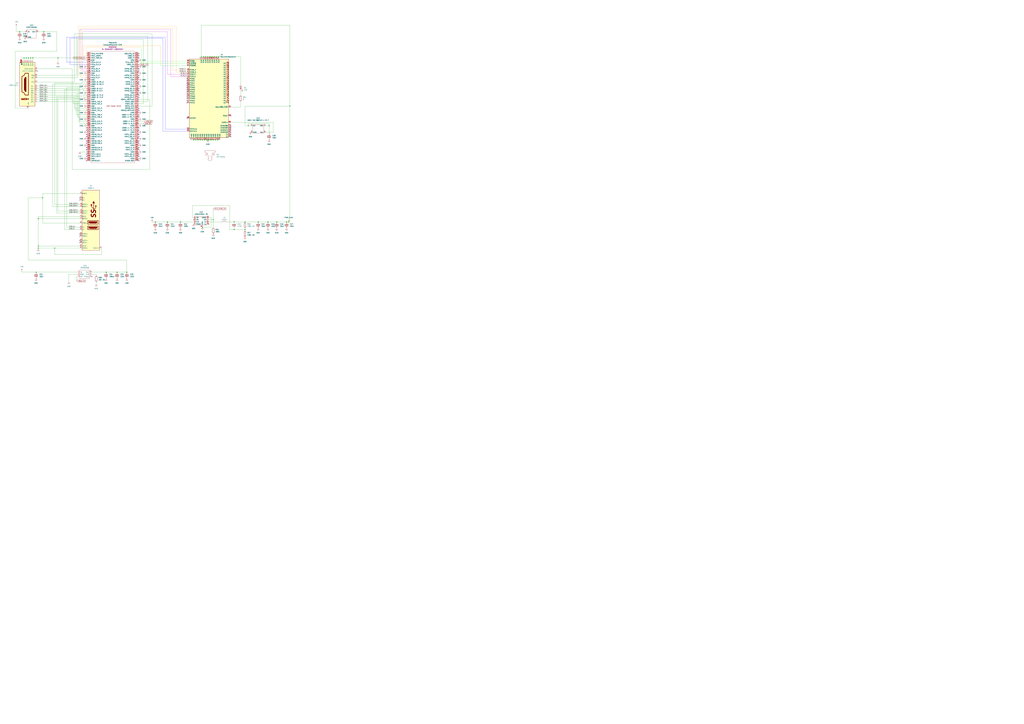
<source format=kicad_sch>
(kicad_sch (version 20250114) (generator "eeschema") (generator_version "9.0")
  (paper "A0")
  (title_block (title "Yamaha Boat Dash") (date "2025-08-28") (rev "1") (company "Rice Electronics"))
  (lib_symbols
    (symbol "Device:C" (pin_numbers (hide yes)) (pin_names (offset 0.254))
      (property "Reference" "C" (at 0.635 2.54 0))
      (property "Value" "C" (at 0.635 -2.54 0))
      (symbol "C_1_1"
        (pin passive line (at 0 3.81 270) (length 2.794) (name "~") (number "1"))
        (pin passive line (at 0 -3.81 90) (length 2.794) (name "~") (number "2"))
      )
    )
    (symbol "Device:L" (pin_numbers (hide yes)) (pin_names (offset 1.016) (hide yes))
      (property "Reference" "L" (at -1.27 0 90))
      (property "Value" "L" (at 1.905 0 90))
      (symbol "L_1_1"
        (pin passive line (at 0 3.81 270) (length 1.27) (name "1") (number "1"))
        (pin passive line (at 0 -3.81 90) (length 1.27) (name "2") (number "2"))
      )
    )
    (symbol "Device:LED" (pin_numbers (hide yes)) (pin_names (offset 1.016) (hide yes))
      (property "Reference" "D" (at 0 2.54 0))
      (property "Value" "LED" (at 0 -2.54 0))
      (symbol "LED_1_1"
        (pin passive line (at -3.81 0 0) (length 2.54) (name "K") (number "1"))
        (pin passive line (at 3.81 0 180) (length 2.54) (name "A") (number "2"))
      )
    )
    (symbol "Device:R" (pin_numbers (hide yes)) (pin_names (offset 0))
      (property "Reference" "R" (at 2.032 0 90))
      (property "Value" "R" (at 0 0 90))
      (symbol "R_1_1"
        (pin passive line (at 0 3.81 270) (length 1.27) (name "~") (number "1"))
        (pin passive line (at 0 -3.81 90) (length 1.27) (name "~") (number "2"))
      )
    )
    (symbol "Pi5Compute:AP2553W6"
      (property "Reference" "U" (at 3.81 -6.35 0))
      (property "Value" "AP2553W6" (at -3.81 -6.35 0))
      (symbol "AP2553W6_0_0"
        (pin power_in line (at -8.89 2.54 0) (length 2.54) (name "IN") (number "1"))
        (pin power_out line (at -8.89 0 0) (length 2.54) (name "GND") (number "2"))
        (pin input line (at -8.89 -2.54 0) (length 2.54) (name "EN") (number "3"))
        (pin power_out line (at 7.62 2.54 180) (length 2.54) (name "OUT") (number "6"))
        (pin passive line (at 7.62 0 180) (length 2.54) (name "ILIM") (number "5"))
        (pin open_collector line (at 7.62 -2.54 180) (length 2.54) (name "nFault") (number "4"))
      )
    )
    (symbol "Pi5Compute:AP3441SHE-7B"
      (property "Reference" "U" (at -6.35 10.16 0))
      (property "Value" "AP3441SHE-7B" (at 0 7.62 0))
      (symbol "AP3441SHE-7B_1_1"
        (pin passive line (at -8.89 5.08 0) (length 2.54) (name "FB") (number "1"))
        (pin open_collector line (at -8.89 2.54 0) (length 2.54) (name "PG") (number "2"))
        (pin power_in line (at -8.89 0 0) (length 2.54) (name "VIN") (number "3"))
        (pin power_in line (at -8.89 -2.54 0) (length 2.54) (name "PGND") (number "4"))
        (pin input line (at 1.27 -6.35 90) (length 2.54) (name "PAD") (number "9"))
        (pin power_in line (at 8.89 5.08 180) (length 2.54) (name "SGND") (number "8"))
        (pin input line (at 8.89 2.54 180) (length 2.54) (name "EN") (number "7"))
        (pin power_out line (at 8.89 0 180) (length 2.54) (name "LX") (number "6"))
        (pin no_connect line (at 8.89 -2.54 180) (length 2.54) (name "nc") (number "5"))
      )
    )
    (symbol "Pi5Compute:ASEK-32.768KHZ-L-R-T"
      (property "Reference" "U" (at -5.08 6.35 0))
      (property "Value" "ASEK-32.768KHZ-L-R-T" (at 0 -6.35 0))
      (symbol "ASEK-32.768KHZ-L-R-T_1_1"
        (pin input line (at -8.89 3.81 0) (length 2.54) (name "EN") (number "1"))
        (pin power_in line (at -8.89 -3.81 0) (length 2.54) (name "GND") (number "2"))
        (pin power_in line (at 8.89 3.81 180) (length 2.54) (name "VDD") (number "4"))
        (pin output line (at 8.89 -3.81 180) (length 2.54) (name "Out") (number "3"))
      )
    )
    (symbol "Pi5Compute:Bus_M.2_Socket_M"
      (property "Reference" "J" (at -22.86 46.99 0))
      (property "Value" "Bus_M.2_Socket_M" (at 30.988 46.99 0))
      (symbol "Bus_M.2_Socket_M_1_1"
        (pin input line (at -25.4 43.18 0) (length 2.54) (name "~{PERST}") (number "50"))
        (pin bidirectional line (at -25.4 40.64 0) (length 2.54) (name "~{CLKREQ}") (number "52"))
        (pin bidirectional line (at -25.4 38.1 0) (length 2.54) (name "~{PEWAKE}") (number "54"))
        (pin input line (at -25.4 33.02 0) (length 2.54) (name "PER0_P") (number "49"))
        (pin input line (at -25.4 30.48 0) (length 2.54) (name "PER0_N") (number "47"))
        (pin output line (at -25.4 27.94 0) (length 2.54) (name "PET0_P") (number "43"))
        (pin output line (at -25.4 25.4 0) (length 2.54) (name "PET0_N") (number "41"))
        (pin input line (at -25.4 22.86 0) (length 2.54) (name "PERp1") (number "37"))
        (pin input line (at -25.4 20.32 0) (length 2.54) (name "PERn1") (number "35"))
        (pin output line (at -25.4 17.78 0) (length 2.54) (name "PETp1") (number "31"))
        (pin output line (at -25.4 15.24 0) (length 2.54) (name "PETn1") (number "29"))
        (pin input line (at -25.4 12.7 0) (length 2.54) (name "PERp2") (number "25"))
        (pin input line (at -25.4 10.16 0) (length 2.54) (name "PERn2") (number "23"))
        (pin output line (at -25.4 7.62 0) (length 2.54) (name "PETp2") (number "19"))
        (pin output line (at -25.4 5.08 0) (length 2.54) (name "PETn2") (number "17"))
        (pin input line (at -25.4 2.54 0) (length 2.54) (name "PERp3") (number "13"))
        (pin input line (at -25.4 0 0) (length 2.54) (name "PERn3") (number "11"))
        (pin output line (at -25.4 -2.54 0) (length 2.54) (name "PETp3") (number "7"))
        (pin output line (at -25.4 -5.08 0) (length 2.54) (name "PETn3") (number "5"))
        (pin input line (at -25.4 -22.86 0) (length 2.54) (name "DEVSLP") (number "38"))
        (pin input line (at -25.4 -35.56 0) (length 2.54) (name "REFCLKp") (number "55"))
        (pin input line (at -25.4 -38.1 0) (length 2.54) (name "REFCLKn") (number "53"))
        (pin power_in line (at -20.32 -48.26 90) (length 2.54) (name "GND") (number "1"))
        (pin power_in line (at -17.78 -48.26 90) (length 2.54) (name "GND") (number "3"))
        (pin power_in line (at -15.24 -48.26 90) (length 2.54) (name "GND") (number "9"))
        (pin power_in line (at -12.7 -48.26 90) (length 2.54) (name "GND") (number "15"))
        (pin power_in line (at -10.16 -48.26 90) (length 2.54) (name "GND") (number "21"))
        (pin power_in line (at -8.89 48.26 270) (length 2.54) (name "3.3V") (number "2"))
        (pin power_in line (at -7.62 -48.26 90) (length 2.54) (name "GND") (number "27"))
        (pin power_in line (at -6.35 48.26 270) (length 2.54) (name "3.3V") (number "4"))
        (pin power_in line (at -5.08 -48.26 90) (length 2.54) (name "GND") (number "33"))
        (pin power_in line (at -3.81 48.26 270) (length 2.54) (name "3.3V") (number "12"))
        (pin power_in line (at -2.54 -48.26 90) (length 2.54) (name "GND") (number "39"))
        (pin power_in line (at -1.27 48.26 270) (length 2.54) (name "3.3V") (number "14"))
        (pin power_in line (at 0 -48.26 90) (length 2.54) (name "GND") (number "45"))
        (pin power_in line (at 1.27 48.26 270) (length 2.54) (name "3.3V") (number "16"))
        (pin power_in line (at 2.54 -48.26 90) (length 2.54) (name "GND") (number "51"))
        (pin power_in line (at 3.81 48.26 270) (length 2.54) (name "3.3V") (number "18"))
        (pin power_in line (at 5.08 -48.26 90) (length 2.54) (name "GND") (number "57"))
        (pin power_in line (at 6.35 48.26 270) (length 2.54) (name "3.3V") (number "70"))
        (pin power_in line (at 7.62 -48.26 90) (length 2.54) (name "GND") (number "71"))
        (pin power_in line (at 8.89 48.26 270) (length 2.54) (name "3.3V") (number "72"))
        (pin power_in line (at 10.16 -48.26 90) (length 2.54) (name "GND") (number "73"))
        (pin power_in line (at 11.43 48.26 270) (length 2.54) (name "3.3V") (number "74"))
        (pin power_in line (at 12.7 -48.26 90) (length 2.54) (name "GND") (number "75"))
        (pin no_connect line (at 22.86 40.64 180) (length 2.54) (name "NC") (number "58"))
        (pin no_connect line (at 22.86 38.1 180) (length 2.54) (name "NC") (number "56"))
        (pin no_connect line (at 22.86 35.56 180) (length 2.54) (name "NC") (number "48"))
        (pin no_connect line (at 22.86 33.02 180) (length 2.54) (name "NC") (number "46"))
        (pin no_connect line (at 22.86 30.48 180) (length 2.54) (name "NC") (number "44"))
        (pin no_connect line (at 22.86 27.94 180) (length 2.54) (name "NC") (number "42"))
        (pin no_connect line (at 22.86 25.4 180) (length 2.54) (name "NC") (number "40"))
        (pin no_connect line (at 22.86 22.86 180) (length 2.54) (name "NC") (number "36"))
        (pin no_connect line (at 22.86 20.32 180) (length 2.54) (name "NC") (number "34"))
        (pin no_connect line (at 22.86 17.78 180) (length 2.54) (name "NC") (number "32"))
        (pin no_connect line (at 22.86 15.24 180) (length 2.54) (name "NC") (number "30"))
        (pin no_connect line (at 22.86 12.7 180) (length 2.54) (name "NC") (number "28"))
        (pin no_connect line (at 22.86 10.16 180) (length 2.54) (name "NC") (number "26"))
        (pin no_connect line (at 22.86 7.62 180) (length 2.54) (name "NC") (number "24"))
        (pin no_connect line (at 22.86 5.08 180) (length 2.54) (name "NC") (number "22"))
        (pin no_connect line (at 22.86 2.54 180) (length 2.54) (name "NC") (number "20"))
        (pin no_connect line (at 22.86 0 180) (length 2.54) (name "NC") (number "8"))
        (pin no_connect line (at 22.86 -2.54 180) (length 2.54) (name "NC") (number "6"))
        (pin no_connect line (at 22.86 -5.08 180) (length 2.54) (name "NC") (number "67"))
        (pin bidirectional line (at 25.4 -10.16 180) (length 2.54) (name "DAS/~{DSS}/~{LED1}") (number "10"))
        (pin passive line (at 25.4 -20.32 180) (length 2.54) (name "PEDET") (number "69"))
        (pin input line (at 25.4 -27.94 180) (length 2.54) (name "SUSCLK") (number "68"))
        (pin passive line (at 25.4 -31.75 180) (length 2.54) (name "GND2280") (number "M4"))
        (pin passive line (at 25.4 -34.29 180) (length 2.54) (name "GND2260") (number "M3"))
        (pin passive line (at 25.4 -36.83 180) (length 2.54) (name "GND2242") (number "M2"))
        (pin passive line (at 25.4 -39.37 180) (length 2.54) (name "GND2230") (number "M1"))
        (pin passive line (at 25.4 -41.91 180) (length 2.54) (name "S1") (number "S1"))
        (pin passive line (at 25.4 -44.45 180) (length 2.54) (name "S2") (number "S2"))
      )
    )
    (symbol "Pi5Compute:ComputeModule5-CM5"
      (property "Reference" "Module" (at 113.03 -68.58 0))
      (property "Value" "ComputeModule5-CM5" (at 140.97 2.54 0))
      (property "Field4" "Amphenol" (at 0 0 0))
      (property "Field5" "2x 10164227-1001A1RLF" (at 0 -2.54 0))
      (symbol "ComputeModule5-CM5_1_0"
        (text "GPIO" (at 0 6.35 0) (effects (font (size 1.27 1.27))))
      )
      (symbol "ComputeModule5-CM5_1_1"
        (text "600mA Max" (at -8.89 -48.26 0) (effects (font (size 1.27 1.27))))
        (text "600mA Max" (at -8.89 -53.34 0) (effects (font (size 1.27 1.27))))
        (text "NB SD signals are only available" (at -1.27 -27.94 0) (effects (font (size 1.27 1.27))))
        (text "on modules without eMMC" (at -1.27 -30.48 0) (effects (font (size 1.27 1.27))))
        (pin power_in line (at -33.02 55.88 0) (length 2.54) (name "GND") (number "2"))
        (pin passive line (at -33.02 53.34 0) (length 2.54) (name "Ethernet_Pair1_P") (number "4"))
        (pin passive line (at -33.02 50.8 0) (length 2.54) (name "Ethernet_Pair1_N") (number "6"))
        (pin power_in line (at -33.02 48.26 0) (length 2.54) (name "GND") (number "8"))
        (pin passive line (at -33.02 45.72 0) (length 2.54) (name "Ethernet_Pair0_N") (number "10"))
        (pin passive line (at -33.02 43.18 0) (length 2.54) (name "Ethernet_Pair0_P") (number "12"))
        (pin power_in line (at -33.02 40.64 0) (length 2.54) (name "GND") (number "14"))
        (pin input line (at -33.02 38.1 0) (length 2.54) (name "FAN_TACHO") (number "16"))
        (pin input line (at -33.02 35.56 0) (length 2.54) (name "Ethernet_SYNC_OUT(3.3v)") (number "18"))
        (pin passive line (at -33.02 33.02 0) (length 2.54) (name "EEPROM_nWP") (number "20"))
        (pin power_in line (at -33.02 30.48 0) (length 2.54) (name "GND") (number "22"))
        (pin passive line (at -33.02 27.94 0) (length 2.54) (name "GPIO26") (number "24"))
        (pin passive line (at -33.02 25.4 0) (length 2.54) (name "GPIO19") (number "26"))
        (pin passive line (at -33.02 22.86 0) (length 2.54) (name "GPIO13") (number "28"))
        (pin passive line (at -33.02 20.32 0) (length 2.54) (name "GPIO6") (number "30"))
        (pin power_in line (at -33.02 17.78 0) (length 2.54) (name "GND") (number "32"))
        (pin passive line (at -33.02 15.24 0) (length 2.54) (name "GPIO5") (number "34"))
        (pin passive line (at -33.02 12.7 0) (length 2.54) (name "ID_SD") (number "36"))
        (pin passive line (at -33.02 10.16 0) (length 2.54) (name "GPIO11") (number "38"))
        (pin passive line (at -33.02 7.62 0) (length 2.54) (name "GPIO9") (number "40"))
        (pin power_in line (at -33.02 5.08 0) (length 2.54) (name "GND") (number "42"))
        (pin passive line (at -33.02 2.54 0) (length 2.54) (name "GPIO10") (number "44"))
        (pin passive line (at -33.02 0 0) (length 2.54) (name "GPIO22") (number "46"))
        (pin passive line (at -33.02 -2.54 0) (length 2.54) (name "GPIO27") (number "48"))
        (pin passive line (at -33.02 -5.08 0) (length 2.54) (name "GPIO17") (number "50"))
        (pin power_in line (at -33.02 -7.62 0) (length 2.54) (name "GND") (number "52"))
        (pin passive line (at -33.02 -10.16 0) (length 2.54) (name "GPIO4") (number "54"))
        (pin passive line (at -33.02 -12.7 0) (length 2.54) (name "GPIO3") (number "56"))
        (pin passive line (at -33.02 -15.24 0) (length 2.54) (name "GPIO2") (number "58"))
        (pin power_in line (at -33.02 -17.78 0) (length 2.54) (name "GND") (number "60"))
        (pin passive line (at -33.02 -20.32 0) (length 2.54) (name "SD_CMD") (number "62"))
        (pin passive line (at -33.02 -22.86 0) (length 2.54) (name "SD_DAT5") (number "64"))
        (pin power_in line (at -33.02 -25.4 0) (length 2.54) (name "GND") (number "66"))
        (pin passive line (at -33.02 -27.94 0) (length 2.54) (name "SD_DAT4") (number "68"))
        (pin passive line (at -33.02 -30.48 0) (length 2.54) (name "SD_DAT7") (number "70"))
        (pin passive line (at -33.02 -33.02 0) (length 2.54) (name "SD_DAT6") (number "72"))
        (pin power_in line (at -33.02 -35.56 0) (length 2.54) (name "GND") (number "74"))
        (pin passive line (at -33.02 -38.1 0) (length 2.54) (name "VBAT") (number "76"))
        (pin power_in line (at -33.02 -40.64 0) (length 2.54) (name "GPIO_VREF(1.8v/3.3v_Input)") (number "78"))
        (pin passive line (at -33.02 -43.18 0) (length 2.54) (name "SCL0") (number "80"))
        (pin passive line (at -33.02 -45.72 0) (length 2.54) (name "SDA0") (number "82"))
        (pin power_out line (at -33.02 -48.26 0) (length 2.54) (name "+3.3v_(Output)") (number "84"))
        (pin passive line (at -33.02 -50.8 0) (length 2.54) (name "+3.3v_(Output)") (number "86"))
        (pin power_out line (at -33.02 -53.34 0) (length 2.54) (name "+1.8v_(Output)") (number "88"))
        (pin passive line (at -33.02 -55.88 0) (length 2.54) (name "+1.8v_(Output)") (number "90"))
        (pin passive line (at -33.02 -58.42 0) (length 2.54) (name "PWR_BUT") (number "92"))
        (pin passive line (at -33.02 -60.96 0) (length 2.54) (name "CC1") (number "94"))
        (pin passive line (at -33.02 -63.5 0) (length 2.54) (name "CC2") (number "96"))
        (pin power_in line (at -33.02 -66.04 0) (length 2.54) (name "GND") (number "98"))
        (pin passive line (at -33.02 -68.58 0) (length 2.54) (name "CAM_GPIO1") (number "100"))
        (pin power_in line (at 27.94 55.88 180) (length 2.54) (name "GND") (number "1"))
        (pin passive line (at 27.94 53.34 180) (length 2.54) (name "Ethernet_Pair3_P") (number "3"))
        (pin passive line (at 27.94 50.8 180) (length 2.54) (name "Ethernet_Pair3_N") (number "5"))
        (pin power_in line (at 27.94 48.26 180) (length 2.54) (name "GND") (number "7"))
        (pin passive line (at 27.94 45.72 180) (length 2.54) (name "Ethernet_Pair2_N") (number "9"))
        (pin passive line (at 27.94 43.18 180) (length 2.54) (name "Ethernet_Pair2_P") (number "11"))
        (pin power_in line (at 27.94 40.64 180) (length 2.54) (name "GND") (number "13"))
        (pin output line (at 27.94 38.1 180) (length 2.54) (name "Ethernet_nLED3(3.3v)") (number "15"))
        (pin output line (at 27.94 35.56 180) (length 2.54) (name "Ethernet_nLED2(3.3v)") (number "17"))
        (pin output line (at 27.94 33.02 180) (length 2.54) (name "FAN_PWM") (number "19"))
        (pin open_collector line (at 27.94 30.48 180) (length 2.54) (name "LED_nACT") (number "21"))
        (pin power_in line (at 27.94 27.94 180) (length 2.54) (name "GND") (number "23"))
        (pin passive line (at 27.94 25.4 180) (length 2.54) (name "GPIO21") (number "25"))
        (pin passive line (at 27.94 22.86 180) (length 2.54) (name "GPIO20") (number "27"))
        (pin passive line (at 27.94 20.32 180) (length 2.54) (name "GPIO16") (number "29"))
        (pin passive line (at 27.94 17.78 180) (length 2.54) (name "GPIO12") (number "31"))
        (pin power_in line (at 27.94 15.24 180) (length 2.54) (name "GND") (number "33"))
        (pin passive line (at 27.94 12.7 180) (length 2.54) (name "ID_SC") (number "35"))
        (pin passive line (at 27.94 10.16 180) (length 2.54) (name "GPIO7") (number "37"))
        (pin passive line (at 27.94 7.62 180) (length 2.54) (name "GPIO8") (number "39"))
        (pin passive line (at 27.94 5.08 180) (length 2.54) (name "GPIO25") (number "41"))
        (pin power_in line (at 27.94 2.54 180) (length 2.54) (name "GND") (number "43"))
        (pin passive line (at 27.94 0 180) (length 2.54) (name "GPIO24") (number "45"))
        (pin passive line (at 27.94 -2.54 180) (length 2.54) (name "GPIO23") (number "47"))
        (pin passive line (at 27.94 -5.08 180) (length 2.54) (name "GPIO18") (number "49"))
        (pin passive line (at 27.94 -7.62 180) (length 2.54) (name "GPIO15") (number "51"))
        (pin power_in line (at 27.94 -10.16 180) (length 2.54) (name "GND") (number "53"))
        (pin passive line (at 27.94 -12.7 180) (length 2.54) (name "GPIO14") (number "55"))
        (pin passive line (at 27.94 -15.24 180) (length 2.54) (name "SD_CLK") (number "57"))
        (pin power_in line (at 27.94 -17.78 180) (length 2.54) (name "GND") (number "59"))
        (pin passive line (at 27.94 -20.32 180) (length 2.54) (name "SD_DAT3") (number "61"))
        (pin passive line (at 27.94 -22.86 180) (length 2.54) (name "SD_DAT0") (number "63"))
        (pin power_in line (at 27.94 -25.4 180) (length 2.54) (name "GND") (number "65"))
        (pin passive line (at 27.94 -27.94 180) (length 2.54) (name "SD_DAT1") (number "67"))
        (pin passive line (at 27.94 -30.48 180) (length 2.54) (name "SD_DAT2") (number "69"))
        (pin power_in line (at 27.94 -33.02 180) (length 2.54) (name "GND") (number "71"))
        (pin input line (at 27.94 -35.56 180) (length 2.54) (name "SD_VDD_Override") (number "73"))
        (pin output line (at 27.94 -38.1 180) (length 2.54) (name "SD_PWR_ON") (number "75"))
        (pin power_in line (at 27.94 -40.64 180) (length 2.54) (name "+5v_(Input)") (number "77"))
        (pin power_in line (at 27.94 -43.18 180) (length 2.54) (name "+5v_(Input)") (number "79"))
        (pin power_in line (at 27.94 -45.72 180) (length 2.54) (name "+5v_(Input)") (number "81"))
        (pin power_in line (at 27.94 -48.26 180) (length 2.54) (name "+5v_(Input)") (number "83"))
        (pin power_in line (at 27.94 -50.8 180) (length 2.54) (name "+5v_(Input)") (number "85"))
        (pin power_in line (at 27.94 -53.34 180) (length 2.54) (name "+5v_(Input)") (number "87"))
        (pin input line (at 27.94 -55.88 180) (length 2.54) (name "WiFi_nDisable") (number "89"))
        (pin input line (at 27.94 -58.42 180) (length 2.54) (name "BT_nDisable") (number "91"))
        (pin input line (at 27.94 -60.96 180) (length 2.54) (name "nRPIBOOT") (number "93"))
        (pin output line (at 27.94 -63.5 180) (length 2.54) (name "LED_nPWR") (number "95"))
        (pin passive line (at 27.94 -66.04 180) (length 2.54) (name "CAM_GPIO0") (number "97"))
        (pin input line (at 27.94 -68.58 180) (length 2.54) (name "PMIC_ENABLE") (number "99"))
      )
      (symbol "ComputeModule5-CM5_2_1"
        (text "High Speed Serial" (at 140.97 0 0) (effects (font (size 1.27 1.27))))
        (pin input line (at 109.22 60.96 0) (length 5.08) (name "PCIe_nCLKREQ") (number "102"))
        (pin input line (at 109.22 58.42 0) (length 5.08) (name "PCIE_nWAKE") (number "104"))
        (pin output line (at 109.22 55.88 0) (length 5.08) (name "PCIE_PWR_EN") (number "106"))
        (pin power_in line (at 109.22 53.34 0) (length 5.08) (name "GND") (number "108"))
        (pin output line (at 109.22 50.8 0) (length 5.08) (name "PCIe_CLK_P") (number "110"))
        (pin output line (at 109.22 48.26 0) (length 5.08) (name "PCIe_CLK_N") (number "112"))
        (pin power_in line (at 109.22 45.72 0) (length 5.08) (name "GND") (number "114"))
        (pin input line (at 109.22 43.18 0) (length 5.08) (name "PCIe_RX_P") (number "116"))
        (pin input line (at 109.22 40.64 0) (length 5.08) (name "PCIe_RX_N") (number "118"))
        (pin power_in line (at 109.22 38.1 0) (length 5.08) (name "GND") (number "120"))
        (pin output line (at 109.22 35.56 0) (length 5.08) (name "PCIe_TX_P") (number "122"))
        (pin output line (at 109.22 33.02 0) (length 5.08) (name "PCIe_TX_N") (number "124"))
        (pin power_in line (at 109.22 30.48 0) (length 5.08) (name "GND") (number "126"))
        (pin input line (at 109.22 27.94 0) (length 5.08) (name "USB3-0-RX_N") (number "128"))
        (pin input line (at 109.22 25.4 0) (length 5.08) (name "USB3-0-RX_P") (number "130"))
        (pin power_in line (at 109.22 22.86 0) (length 5.08) (name "GND") (number "132"))
        (pin passive line (at 109.22 20.32 0) (length 5.08) (name "USB3-0-D_P") (number "134"))
        (pin passive line (at 109.22 17.78 0) (length 5.08) (name "USB3-0-D_N") (number "136"))
        (pin power_in line (at 109.22 15.24 0) (length 5.08) (name "GND") (number "138"))
        (pin output line (at 109.22 12.7 0) (length 5.08) (name "USB3-0-TX_N") (number "140"))
        (pin output line (at 109.22 10.16 0) (length 5.08) (name "USB3-0-TX_P") (number "142"))
        (pin power_in line (at 109.22 7.62 0) (length 5.08) (name "GND") (number "144"))
        (pin output line (at 109.22 5.08 0) (length 5.08) (name "HDMI1_TX2_P") (number "146"))
        (pin output line (at 109.22 2.54 0) (length 5.08) (name "HDMI1_TX2_N") (number "148"))
        (pin power_in line (at 109.22 0 0) (length 5.08) (name "GND") (number "150"))
        (pin output line (at 109.22 -2.54 0) (length 5.08) (name "HDMI1_TX1_P") (number "152"))
        (pin output line (at 109.22 -5.08 0) (length 5.08) (name "HDMI1_TX1_N") (number "154"))
        (pin power_in line (at 109.22 -7.62 0) (length 5.08) (name "GND") (number "156"))
        (pin output line (at 109.22 -10.16 0) (length 5.08) (name "HDMI1_TX0_P") (number "158"))
        (pin output line (at 109.22 -12.7 0) (length 5.08) (name "HDMI1_TX0_N") (number "160"))
        (pin power_in line (at 109.22 -15.24 0) (length 5.08) (name "GND") (number "162"))
        (pin output line (at 109.22 -17.78 0) (length 5.08) (name "HDMI1_CLK_P") (number "164"))
        (pin output line (at 109.22 -20.32 0) (length 5.08) (name "HDMI1_CLK_N") (number "166"))
        (pin power_in line (at 109.22 -22.86 0) (length 5.08) (name "GND") (number "168"))
        (pin output line (at 109.22 -25.4 0) (length 5.08) (name "HDMI0_TX2_P") (number "170"))
        (pin output line (at 109.22 -27.94 0) (length 5.08) (name "HDMI0_TX2_N") (number "172"))
        (pin power_in line (at 109.22 -30.48 0) (length 5.08) (name "GND") (number "174"))
        (pin output line (at 109.22 -33.02 0) (length 5.08) (name "HDMI0_TX1_P") (number "176"))
        (pin output line (at 109.22 -35.56 0) (length 5.08) (name "HDMI0_TX1_N") (number "178"))
        (pin power_in line (at 109.22 -38.1 0) (length 5.08) (name "GND") (number "180"))
        (pin output line (at 109.22 -40.64 0) (length 5.08) (name "HDMI0_TX0_P") (number "182"))
        (pin output line (at 109.22 -43.18 0) (length 5.08) (name "HDMI0_TX0_N") (number "184"))
        (pin power_in line (at 109.22 -45.72 0) (length 5.08) (name "GND") (number "186"))
        (pin output line (at 109.22 -48.26 0) (length 5.08) (name "HDMI0_CLK_P") (number "188"))
        (pin output line (at 109.22 -50.8 0) (length 5.08) (name "HDMI0_CLK_N") (number "190"))
        (pin power_in line (at 109.22 -53.34 0) (length 5.08) (name "GND") (number "192"))
        (pin output line (at 109.22 -55.88 0) (length 5.08) (name "MIPI1_D3_N") (number "194"))
        (pin output line (at 109.22 -58.42 0) (length 5.08) (name "MIPI1_D3_P") (number "196"))
        (pin power_in line (at 109.22 -60.96 0) (length 5.08) (name "GND") (number "198"))
        (pin open_collector line (at 109.22 -63.5 0) (length 5.08) (name "HDMI0_SCL") (number "200"))
        (pin input line (at 170.18 60.96 180) (length 5.08) (name "USB_OTG_ID") (number "101"))
        (pin passive line (at 170.18 58.42 180) (length 5.08) (name "USB2_N") (number "103"))
        (pin passive line (at 170.18 55.88 180) (length 5.08) (name "USB2_P") (number "105"))
        (pin power_in line (at 170.18 53.34 180) (length 5.08) (name "GND") (number "107"))
        (pin output line (at 170.18 50.8 180) (length 5.08) (name "PCIe_nRST") (number "109"))
        (pin output line (at 170.18 48.26 180) (length 5.08) (name "VBUS_EN") (number "111"))
        (pin power_in line (at 170.18 45.72 180) (length 5.08) (name "GND") (number "113"))
        (pin input line (at 170.18 43.18 180) (length 5.08) (name "MIPI0_D0_N") (number "115"))
        (pin input line (at 170.18 40.64 180) (length 5.08) (name "MIPI0_D0_P") (number "117"))
        (pin power_in line (at 170.18 38.1 180) (length 5.08) (name "GND") (number "119"))
        (pin input line (at 170.18 35.56 180) (length 5.08) (name "MIPI0_D1_N") (number "121"))
        (pin input line (at 170.18 33.02 180) (length 5.08) (name "MIPI0_D1_P") (number "123"))
        (pin power_in line (at 170.18 30.48 180) (length 5.08) (name "GND") (number "125"))
        (pin input line (at 170.18 27.94 180) (length 5.08) (name "MIPI0_C_N") (number "127"))
        (pin input line (at 170.18 25.4 180) (length 5.08) (name "MIPI0_C_P") (number "129"))
        (pin power_in line (at 170.18 22.86 180) (length 5.08) (name "GND") (number "131"))
        (pin input line (at 170.18 20.32 180) (length 5.08) (name "MIPI0_D2_N") (number "133"))
        (pin input line (at 170.18 17.78 180) (length 5.08) (name "MIPI0_D2_P") (number "135"))
        (pin power_in line (at 170.18 15.24 180) (length 5.08) (name "GND") (number "137"))
        (pin input line (at 170.18 12.7 180) (length 5.08) (name "MIPI0_D3_N") (number "139"))
        (pin input line (at 170.18 10.16 180) (length 5.08) (name "MIPI0_D3_P") (number "141"))
        (pin input line (at 170.18 7.62 180) (length 5.08) (name "HDMI1_HOTPLUG") (number "143"))
        (pin bidirectional line (at 170.18 5.08 180) (length 5.08) (name "HDMI1_SDA") (number "145"))
        (pin open_collector line (at 170.18 2.54 180) (length 5.08) (name "HDMI1_SCL") (number "147"))
        (pin open_collector line (at 170.18 0 180) (length 5.08) (name "HDMI1_CEC") (number "149"))
        (pin open_collector line (at 170.18 -2.54 180) (length 5.08) (name "HDMI0_CEC") (number "151"))
        (pin input line (at 170.18 -5.08 180) (length 5.08) (name "HDMI0_HOTPLUG") (number "153"))
        (pin power_in line (at 170.18 -7.62 180) (length 5.08) (name "GND") (number "155"))
        (pin input line (at 170.18 -10.16 180) (length 5.08) (name "USB3-1-RX_N") (number "157"))
        (pin input line (at 170.18 -12.7 180) (length 5.08) (name "USB3-1-RX_P") (number "159"))
        (pin power_in line (at 170.18 -15.24 180) (length 5.08) (name "GND") (number "161"))
        (pin passive line (at 170.18 -17.78 180) (length 5.08) (name "USB3-1-D_P") (number "163"))
        (pin passive line (at 170.18 -20.32 180) (length 5.08) (name "USB3-1-D_N") (number "165"))
        (pin power_in line (at 170.18 -22.86 180) (length 5.08) (name "GND") (number "167"))
        (pin output line (at 170.18 -25.4 180) (length 5.08) (name "USB3-1-TX_N") (number "169"))
        (pin output line (at 170.18 -27.94 180) (length 5.08) (name "USB3-1-TX_P") (number "171"))
        (pin power_in line (at 170.18 -30.48 180) (length 5.08) (name "GND") (number "173"))
        (pin output line (at 170.18 -33.02 180) (length 5.08) (name "MIPI1_D0_N") (number "175"))
        (pin output line (at 170.18 -35.56 180) (length 5.08) (name "MIPI1_D0_P") (number "177"))
        (pin power_in line (at 170.18 -38.1 180) (length 5.08) (name "GND") (number "179"))
        (pin output line (at 170.18 -40.64 180) (length 5.08) (name "MIPI1_D1_N") (number "181"))
        (pin output line (at 170.18 -43.18 180) (length 5.08) (name "MIPI1_D1_P") (number "183"))
        (pin power_in line (at 170.18 -45.72 180) (length 5.08) (name "GND") (number "185"))
        (pin output line (at 170.18 -48.26 180) (length 5.08) (name "MIPI1_C_N") (number "187"))
        (pin output line (at 170.18 -50.8 180) (length 5.08) (name "MIPI1_C_P") (number "189"))
        (pin power_in line (at 170.18 -53.34 180) (length 5.08) (name "GND") (number "191"))
        (pin output line (at 170.18 -55.88 180) (length 5.08) (name "MIPI1_D2_N") (number "193"))
        (pin output line (at 170.18 -58.42 180) (length 5.08) (name "MIPI1_D2_P") (number "195"))
        (pin power_in line (at 170.18 -60.96 180) (length 5.08) (name "GND") (number "197"))
        (pin bidirectional line (at 170.18 -63.5 180) (length 5.08) (name "HDMI0_SDA") (number "199"))
      )
    )
    (symbol "Pi5Compute:HDMI_A_1.4"
      (property "Reference" "J" (at -6.35 26.67 0))
      (property "Value" "HDMI_A_1.4" (at 10.16 26.67 0))
      (symbol "HDMI_A_1.4_0_0"
        (pin passive line (at 7.62 -27.94 90) (length 2.54) (name "SH") (number "SH2"))
        (pin passive line (at 7.62 -27.94 90) (length 2.54) (name "SH") (number "SH3"))
        (pin passive line (at 7.62 -27.94 90) (length 2.54) (name "SH") (number "SH4"))
      )
      (symbol "HDMI_A_1.4_1_1"
        (pin passive line (at -10.16 20.32 0) (length 2.54) (name "D2+") (number "1"))
        (pin passive line (at -10.16 17.78 0) (length 2.54) (name "D2-") (number "3"))
        (pin passive line (at -10.16 15.24 0) (length 2.54) (name "D1+") (number "4"))
        (pin passive line (at -10.16 12.7 0) (length 2.54) (name "D1-") (number "6"))
        (pin passive line (at -10.16 10.16 0) (length 2.54) (name "D0+") (number "7"))
        (pin passive line (at -10.16 7.62 0) (length 2.54) (name "D0-") (number "9"))
        (pin passive line (at -10.16 5.08 0) (length 2.54) (name "CK+") (number "10"))
        (pin passive line (at -10.16 2.54 0) (length 2.54) (name "CK-") (number "12"))
        (pin bidirectional line (at -10.16 -2.54 0) (length 2.54) (name "CEC") (number "13"))
        (pin passive line (at -10.16 -7.62 0) (length 2.54) (name "SCL") (number "15"))
        (pin bidirectional line (at -10.16 -10.16 0) (length 2.54) (name "SDA") (number "16"))
        (pin passive line (at -10.16 -15.24 0) (length 2.54) (name "UTILITY/HEAC+") (number "14"))
        (pin passive line (at -10.16 -17.78 0) (length 2.54) (name "HPD/HEAC-") (number "19"))
        (pin power_in line (at -5.08 -27.94 90) (length 2.54) (name "D2S") (number "2"))
        (pin power_in line (at -2.54 -27.94 90) (length 2.54) (name "D1S") (number "5"))
        (pin power_in line (at 0 27.94 270) (length 2.54) (name "+5V") (number "18"))
        (pin power_in line (at 0 -27.94 90) (length 2.54) (name "D0S") (number "8"))
        (pin power_in line (at 2.54 -27.94 90) (length 2.54) (name "CKS") (number "11"))
        (pin power_in line (at 5.08 -27.94 90) (length 2.54) (name "GND") (number "17"))
        (pin passive line (at 7.62 -27.94 90) (length 2.54) (name "SH") (number "SH1"))
      )
    )
    (symbol "Pi5Compute:M.2_Screw" (pin_numbers (hide yes)) (pin_names (offset 0) (hide yes)) (on_board no)
      (property "Reference" "M" (at -0.254 -6.35 0))
      (property "Value" "M.2 Screw" (at 0.254 -8.636 0))
    )
    (symbol "Pi5Compute:RT9742SNGV"
      (property "Reference" "U" (at -2.54 7.62 0))
      (property "Value" "RT9742SNGV" (at 3.81 -5.08 0))
      (symbol "RT9742SNGV_1_1"
        (pin power_in line (at -5.08 3.81 0) (length 2.54) (name "IN") (number "1"))
        (pin power_in line (at -5.08 -2.54 0) (length 2.54) (name "GND") (number "3"))
        (pin power_out line (at 10.16 3.81 180) (length 2.54) (name "OUT") (number "2"))
      )
    )
    (symbol "Pi5Compute:USB3_A"
      (property "Reference" "J" (at -10.16 33.02 0))
      (property "Value" "USB3_A" (at 10.16 33.02 0))
      (symbol "USB3_A_1_1"
        (text "SS" (at 4.572 3.175 900) (effects (font (size 5.08 5.08) (bold yes) (italic yes))))
        (pin power_in line (at -11.43 26.67 0) (length 2.54) (name "VBUS") (number "A1"))
        (pin bidirectional line (at -11.43 21.59 0) (length 2.54) (name "D+") (number "A3"))
        (pin bidirectional line (at -11.43 19.05 0) (length 2.54) (name "D-") (number "A2"))
        (pin bidirectional line (at -11.43 13.97 0) (length 2.54) (name "SSRX+") (number "A6"))
        (pin bidirectional line (at -11.43 11.43 0) (length 2.54) (name "SSRX-") (number "A5"))
        (pin bidirectional line (at -11.43 6.35 0) (length 2.54) (name "SSTX+") (number "A9"))
        (pin bidirectional line (at -11.43 3.81 0) (length 2.54) (name "SSTX-") (number "A8"))
        (pin power_in line (at -11.43 0 0) (length 2.54) (name "GND") (number "A4"))
        (pin power_in line (at -11.43 -2.54 0) (length 2.54) (name "DRAIN") (number "A7"))
        (pin power_in line (at -11.43 -7.62 0) (length 2.54) (name "VBUS") (number "B1"))
        (pin bidirectional line (at -11.43 -12.7 0) (length 2.54) (name "D+") (number "B3"))
        (pin bidirectional line (at -11.43 -15.24 0) (length 2.54) (name "D-") (number "B2"))
        (pin bidirectional line (at -11.43 -20.32 0) (length 2.54) (name "SSRX+") (number "B6"))
        (pin bidirectional line (at -11.43 -22.86 0) (length 2.54) (name "SSRX-") (number "B5"))
        (pin bidirectional line (at -11.43 -27.94 0) (length 2.54) (name "SSTX+") (number "B9"))
        (pin bidirectional line (at -11.43 -30.48 0) (length 2.54) (name "SSTX-") (number "B8"))
        (pin power_in line (at -11.43 -34.29 0) (length 2.54) (name "GND") (number "B4"))
        (pin power_in line (at -11.43 -36.83 0) (length 2.54) (name "DRAIN") (number "B7"))
        (pin passive line (at 13.97 -36.83 180) (length 2.54) (name "SHIELD") (number "10"))
      )
    )
    (symbol "power:+5V" (power) (pin_numbers (hide yes)) (pin_names (offset 0) (hide yes))
      (property "Value" "+5V" (at 0 3.556 0))
      (symbol "+5V_1_1"
        (pin power_in line (at 0 0 90) (length 0) (name "~") (number "1"))
      )
    )
    (symbol "power:GND" (power) (pin_numbers (hide yes)) (pin_names (offset 0) (hide yes))
      (property "Value" "GND" (at 0 -3.81 0))
      (symbol "GND_1_1"
        (pin power_in line (at 0 0 270) (length 0) (name "~") (number "1"))
      )
    )
    (symbol "power:PWR_FLAG" (power) (pin_numbers (hide yes)) (pin_names (offset 0) (hide yes))
      (property "Value" "PWR_FLAG" (at 0 3.81 0))
      (symbol "PWR_FLAG_0_0"
        (pin power_out line (at 0 0 90) (length 0) (name "~") (number "1"))
      )
    )
  )
  (junction (at 38.1 67.31))
  (junction (at 63.5 288.29))
  (junction (at 335.28 257.81))
  (junction (at 44.45 285.75))
  (junction (at 240.03 162.56))
  (junction (at 271.78 266.7))
  (junction (at 237.49 162.56))
  (junction (at 284.48 266.7))
  (junction (at 232.41 162.56))
  (junction (at 27.94 67.31))
  (junction (at 246.38 66.04))
  (junction (at 336.55 123.19))
  (junction (at 50.8 36.83))
  (junction (at 238.76 66.04))
  (junction (at 248.92 66.04))
  (junction (at 44.45 254))
  (junction (at 299.72 257.81))
  (junction (at 33.02 67.31))
  (junction (at 247.65 255.27))
  (junction (at 227.33 162.56))
  (junction (at 311.15 257.81))
  (junction (at 229.87 162.56))
  (junction (at 224.79 162.56))
  (junction (at 22.86 36.83))
  (junction (at 234.95 162.56))
  (junction (at 147.32 316.23))
  (junction (at 252.73 162.56))
  (junction (at 241.3 66.04))
  (junction (at 30.48 67.31))
  (junction (at 321.31 257.81))
  (junction (at 254 66.04))
  (junction (at 241.3 162.56))
  (junction (at 180.34 257.81))
  (junction (at 233.68 66.04))
  (junction (at 236.22 66.04))
  (junction (at 251.46 66.04))
  (junction (at 135.89 316.23))
  (junction (at 44.45 288.29))
  (junction (at 332.74 257.81))
  (junction (at 67.31 67.31))
  (junction (at 312.42 146.05))
  (junction (at 247.65 162.56))
  (junction (at 49.53 229.87))
  (junction (at 243.84 66.04))
  (junction (at 250.19 162.56))
  (junction (at 288.29 146.05))
  (junction (at 194.31 257.81))
  (junction (at 242.57 162.56))
  (junction (at 245.11 162.56))
  (junction (at 123.19 316.23))
  (junction (at 209.55 257.81))
  (junction (at 35.56 67.31))
  (junction (at 271.78 257.81))
  (junction (at 234.95 264.16))
  (junction (at 41.91 316.23))
  (junction (at 284.48 257.81))
  (no_connect (at 100.33 158.75))
  (no_connect (at 161.29 181.61))
  (no_connect (at 161.29 156.21))
  (no_connect (at 217.17 96.52))
  (no_connect (at 161.29 125.73))
  (no_connect (at 217.17 104.14))
  (no_connect (at 161.29 173.99))
  (no_connect (at 100.33 163.83))
  (no_connect (at 161.29 151.13))
  (no_connect (at 161.29 64.77))
  (no_connect (at 217.17 106.68))
  (no_connect (at 92.71 274.32))
  (no_connect (at 100.33 179.07))
  (no_connect (at 224.79 255.27))
  (no_connect (at 161.29 80.01))
  (no_connect (at 267.97 151.13))
  (no_connect (at 161.29 67.31))
  (no_connect (at 161.29 135.89))
  (no_connect (at 217.17 93.98))
  (no_connect (at 161.29 128.27))
  (no_connect (at 100.33 151.13))
  (no_connect (at 217.17 119.38))
  (no_connect (at 161.29 113.03))
  (no_connect (at 217.17 109.22))
  (no_connect (at 100.33 181.61))
  (no_connect (at 267.97 148.59))
  (no_connect (at 267.97 146.05))
  (no_connect (at 92.71 281.94))
  (no_connect (at 161.29 105.41))
  (no_connect (at 100.33 173.99))
  (no_connect (at 161.29 82.55))
  (no_connect (at 161.29 163.83))
  (no_connect (at 267.97 156.21))
  (no_connect (at 161.29 102.87))
  (no_connect (at 267.97 153.67))
  (no_connect (at 100.33 186.69))
  (no_connect (at 100.33 166.37))
  (no_connect (at 100.33 156.21))
  (no_connect (at 267.97 158.75))
  (no_connect (at 161.29 158.75))
  (no_connect (at 161.29 97.79))
  (no_connect (at 217.17 99.06))
  (no_connect (at 217.17 114.3))
  (no_connect (at 161.29 95.25))
  (no_connect (at 217.17 137.16))
  (no_connect (at 161.29 90.17))
  (no_connect (at 161.29 186.69))
  (no_connect (at 161.29 148.59))
  (no_connect (at 161.29 166.37))
  (no_connect (at 43.18 82.55))
  (no_connect (at 106.68 321.31))
  (no_connect (at 161.29 87.63))
  (no_connect (at 267.97 134.62))
  (no_connect (at 161.29 179.07))
  (no_connect (at 161.29 133.35))
  (no_connect (at 92.71 229.87))
  (no_connect (at 217.17 111.76))
  (no_connect (at 161.29 171.45))
  (no_connect (at 217.17 101.6))
  (no_connect (at 100.33 148.59))
  (no_connect (at 217.17 116.84))
  (no_connect (at 92.71 232.41))
  (no_connect (at 92.71 279.4))
  (no_connect (at 92.71 271.78))
  (no_connect (at 100.33 171.45))
  (no_connect (at 161.29 62.23))
  (no_connect (at 161.29 110.49))
  (no_connect (at 217.17 91.44))
  (wire (pts (xy 63.5 295.91) (xy 63.5 288.29)))
  (wire (pts (xy 247.65 242.57) (xy 247.65 255.27)))
  (wire (pts (xy 91.44 30.48) (xy 204.47 30.48)) (stroke (width 0) (color 255 153 0 1)))
  (wire (pts (xy 233.68 66.04) (xy 236.22 66.04)))
  (wire (pts (xy 312.42 146.05) (xy 312.42 154.94)))
  (wire (pts (xy 97.79 110.49) (xy 97.79 111.76)))
  (wire (pts (xy 88.9 87.63) (xy 88.9 41.91)))
  (wire (pts (xy 92.71 100.33) (xy 43.18 100.33)))
  (wire (pts (xy 204.47 83.82) (xy 217.17 83.82)) (stroke (width 0) (color 255 153 0 1)))
  (wire (pts (xy 44.45 36.83) (xy 50.8 36.83)))
  (wire (pts (xy 238.76 66.04) (xy 241.3 66.04)))
  (wire (pts (xy 97.79 114.3) (xy 97.79 113.03)))
  (wire (pts (xy 284.48 265.43) (xy 284.48 266.7)))
  (wire (pts (xy 92.71 80.01) (xy 100.33 80.01)) (stroke (width 0) (color 194 0 194 1)))
  (wire (pts (xy 171.45 41.91) (xy 171.45 118.11)))
  (wire (pts (xy 44.45 288.29) (xy 44.45 285.75)))
  (wire (pts (xy 252.73 162.56) (xy 255.27 162.56)))
  (wire (pts (xy 92.71 240.03) (xy 60.96 240.03)))
  (wire (pts (xy 336.55 29.21) (xy 336.55 123.19)))
  (wire (pts (xy 106.68 316.23) (xy 123.19 316.23)))
  (wire (pts (xy 284.48 266.7) (xy 271.78 266.7)))
  (wire (pts (xy 217.17 152.4) (xy 189.23 152.4)) (stroke (width 0) (color 0 0 255 1)))
  (wire (pts (xy 240.03 162.56) (xy 241.3 162.56)))
  (wire (pts (xy 100.33 54.61) (xy 100.33 62.23)) (stroke (width 0) (color 255 153 0 1)))
  (wire (pts (xy 186.69 76.2) (xy 217.17 76.2)) (stroke (width 0) (color 0 255 0 1)))
  (wire (pts (xy 264.16 257.81) (xy 271.78 257.81)))
  (wire (pts (xy 91.44 87.63) (xy 100.33 87.63)) (stroke (width 0) (color 255 153 0 1)))
  (wire (pts (xy 147.32 316.23) (xy 147.32 302.26)))
  (wire (pts (xy 60.96 240.03) (xy 60.96 97.79)))
  (wire (pts (xy 77.47 72.39) (xy 100.33 72.39)) (stroke (width 0) (color 0 0 255 1)))
  (wire (pts (xy 92.71 34.29) (xy 92.71 80.01)) (stroke (width 0) (color 194 0 194 1)))
  (wire (pts (xy 66.04 111.76) (xy 66.04 247.65)))
  (wire (pts (xy 194.31 86.36) (xy 194.31 36.83)) (stroke (width 0) (color 194 0 194 1)))
  (wire (pts (xy 200.66 33.02) (xy 200.66 81.28)) (stroke (width 0) (color 255 153 0 1)))
  (wire (pts (xy 173.99 196.85) (xy 173.99 115.57)))
  (wire (pts (xy 279.4 66.04) (xy 279.4 97.79)))
  (wire (pts (xy 123.19 316.23) (xy 135.89 316.23)))
  (wire (pts (xy 254 66.04) (xy 279.4 66.04)))
  (wire (pts (xy 43.18 90.17) (xy 90.17 90.17)))
  (wire (pts (xy 86.36 39.37) (xy 176.53 39.37)))
  (wire (pts (xy 250.19 162.56) (xy 252.73 162.56)))
  (wire (pts (xy 194.31 257.81) (xy 209.55 257.81)))
  (wire (pts (xy 232.41 162.56) (xy 234.95 162.56)))
  (wire (pts (xy 279.4 118.11) (xy 279.4 124.46)))
  (wire (pts (xy 86.36 113.03) (xy 43.18 113.03)))
  (wire (pts (xy 267.97 124.46) (xy 279.4 124.46)))
  (wire (pts (xy 92.71 288.29) (xy 63.5 288.29)))
  (wire (pts (xy 43.18 95.25) (xy 86.36 95.25)))
  (wire (pts (xy 180.34 257.81) (xy 194.31 257.81)))
  (wire (pts (xy 243.84 66.04) (xy 246.38 66.04)))
  (wire (pts (xy 312.42 143.51) (xy 312.42 146.05)))
  (wire (pts (xy 161.29 71.12) (xy 217.17 71.12)) (stroke (width 0) (color 0 255 0 1)))
  (wire (pts (xy 30.48 67.31) (xy 33.02 67.31)))
  (wire (pts (xy 242.57 257.81) (xy 256.54 257.81)))
  (wire (pts (xy 80.01 318.77) (xy 80.01 327.66)))
  (wire (pts (xy 90.17 135.89) (xy 90.17 105.41)))
  (wire (pts (xy 135.89 316.23) (xy 147.32 316.23)))
  (wire (pts (xy 93.98 33.02) (xy 200.66 33.02)) (stroke (width 0) (color 255 153 0 1)))
  (wire (pts (xy 43.18 102.87) (xy 91.44 102.87)))
  (wire (pts (xy 93.98 33.02) (xy 93.98 90.17)) (stroke (width 0) (color 255 153 0 1)))
  (wire (pts (xy 266.7 238.76) (xy 223.52 238.76)))
  (wire (pts (xy 67.31 72.39) (xy 67.31 67.31)))
  (wire (pts (xy 44.45 285.75) (xy 92.71 285.75)))
  (wire (pts (xy 67.31 67.31) (xy 96.52 67.31)))
  (wire (pts (xy 191.77 43.18) (xy 77.47 43.18)) (stroke (width 0) (color 0 0 255 1)))
  (wire (pts (xy 236.22 66.04) (xy 238.76 66.04)))
  (wire (pts (xy 86.36 125.73) (xy 100.33 125.73)))
  (wire (pts (xy 241.3 162.56) (xy 242.57 162.56)))
  (wire (pts (xy 227.33 162.56) (xy 229.87 162.56)))
  (wire (pts (xy 245.11 162.56) (xy 247.65 162.56)))
  (wire (pts (xy 49.53 259.08) (xy 49.53 229.87)))
  (wire (pts (xy 161.29 140.97) (xy 167.64 140.97)))
  (wire (pts (xy 271.78 257.81) (xy 284.48 257.81)))
  (wire (pts (xy 93.98 90.17) (xy 100.33 90.17)) (stroke (width 0) (color 255 153 0 1)))
  (wire (pts (xy 77.47 43.18) (xy 77.47 72.39)) (stroke (width 0) (color 0 0 255 1)))
  (wire (pts (xy 95.25 82.55) (xy 100.33 82.55)) (stroke (width 0) (color 194 0 194 1)))
  (wire (pts (xy 19.05 30.48) (xy 19.05 36.83)))
  (wire (pts (xy 92.71 176.53) (xy 100.33 176.53)))
  (wire (pts (xy 217.17 86.36) (xy 194.31 86.36)) (stroke (width 0) (color 194 0 194 1)))
  (wire (pts (xy 217.17 73.66) (xy 163.83 73.66)) (stroke (width 0) (color 0 255 0 1)))
  (wire (pts (xy 100.33 143.51) (xy 92.71 143.51)))
  (wire (pts (xy 77.47 101.6) (xy 77.47 264.16)))
  (wire (pts (xy 43.18 80.01) (xy 83.82 80.01)))
  (wire (pts (xy 173.99 115.57) (xy 161.29 115.57)))
  (wire (pts (xy 88.9 321.31) (xy 88.9 326.39)))
  (wire (pts (xy 176.53 39.37) (xy 176.53 123.19)))
  (wire (pts (xy 27.94 69.85) (xy 27.94 67.31)))
  (wire (pts (xy 95.25 96.52) (xy 95.25 95.25)))
  (wire (pts (xy 191.77 149.86) (xy 191.77 43.18)) (stroke (width 0) (color 0 0 255 1)))
  (wire (pts (xy 87.63 128.27) (xy 87.63 110.49)))
  (wire (pts (xy 163.83 73.66) (xy 163.83 54.61)) (stroke (width 0) (color 0 255 0 1)))
  (wire (pts (xy 90.17 321.31) (xy 88.9 321.31)))
  (wire (pts (xy 17.78 125.73) (xy 33.02 125.73)))
  (wire (pts (xy 44.45 285.75) (xy 44.45 254)))
  (wire (pts (xy 92.71 245.11) (xy 67.31 245.11)))
  (wire (pts (xy 88.9 107.95) (xy 43.18 107.95)))
  (wire (pts (xy 95.25 101.6) (xy 77.47 101.6)))
  (wire (pts (xy 223.52 252.73) (xy 224.79 252.73)))
  (wire (pts (xy 33.02 302.26) (xy 33.02 229.87)))
  (wire (pts (xy 44.45 251.46) (xy 92.71 251.46)))
  (wire (pts (xy 171.45 118.11) (xy 161.29 118.11)))
  (wire (pts (xy 266.7 266.7) (xy 266.7 238.76)))
  (wire (pts (xy 83.82 196.85) (xy 173.99 196.85)))
  (wire (pts (xy 43.18 87.63) (xy 88.9 87.63)))
  (wire (pts (xy 25.4 314.96) (xy 25.4 316.23)))
  (wire (pts (xy 247.65 255.27) (xy 247.65 264.16)))
  (wire (pts (xy 163.83 54.61) (xy 100.33 54.61)) (stroke (width 0) (color 255 153 0 1)))
  (wire (pts (xy 33.02 67.31) (xy 33.02 69.85)))
  (wire (pts (xy 44.45 251.46) (xy 44.45 254)))
  (wire (pts (xy 95.25 36.83) (xy 95.25 82.55)) (stroke (width 0) (color 194 0 194 1)))
  (wire (pts (xy 247.65 255.27) (xy 242.57 255.27)))
  (wire (pts (xy 96.52 105.41) (xy 100.33 105.41)))
  (wire (pts (xy 96.52 104.14) (xy 96.52 105.41)))
  (wire (pts (xy 242.57 252.73) (xy 245.11 252.73)))
  (wire (pts (xy 245.11 264.16) (xy 234.95 264.16)))
  (wire (pts (xy 166.37 45.72) (xy 166.37 120.65)))
  (wire (pts (xy 176.53 257.81) (xy 180.34 257.81)))
  (wire (pts (xy 111.76 327.66) (xy 111.76 330.2)))
  (wire (pts (xy 233.68 29.21) (xy 233.68 66.04)))
  (wire (pts (xy 33.02 229.87) (xy 49.53 229.87)))
  (wire (pts (xy 81.28 44.45) (xy 81.28 74.93)) (stroke (width 0) (color 0 0 255 1)))
  (wire (pts (xy 66.04 59.69) (xy 17.78 59.69)))
  (wire (pts (xy 200.66 81.28) (xy 217.17 81.28)) (stroke (width 0) (color 255 153 0 1)))
  (wire (pts (xy 246.38 66.04) (xy 248.92 66.04)))
  (wire (pts (xy 217.17 149.86) (xy 191.77 149.86)) (stroke (width 0) (color 0 0 255 1)))
  (wire (pts (xy 44.45 254) (xy 92.71 254)))
  (wire (pts (xy 49.53 229.87) (xy 49.53 224.79)))
  (wire (pts (xy 111.76 318.77) (xy 106.68 318.77)))
  (wire (pts (xy 234.95 162.56) (xy 237.49 162.56)))
  (wire (pts (xy 100.33 135.89) (xy 90.17 135.89)))
  (wire (pts (xy 87.63 110.49) (xy 43.18 110.49)))
  (wire (pts (xy 186.69 53.34) (xy 186.69 76.2)) (stroke (width 0) (color 255 153 0 1)))
  (wire (pts (xy 308.61 146.05) (xy 312.42 146.05)))
  (wire (pts (xy 317.5 142.24) (xy 317.5 153.67)))
  (wire (pts (xy 90.17 318.77) (xy 80.01 318.77)))
  (wire (pts (xy 284.48 257.81) (xy 299.72 257.81)))
  (wire (pts (xy 248.92 66.04) (xy 251.46 66.04)))
  (wire (pts (xy 35.56 67.31) (xy 35.56 69.85)))
  (wire (pts (xy 100.33 102.87) (xy 95.25 102.87)))
  (wire (pts (xy 33.02 67.31) (xy 35.56 67.31)))
  (wire (pts (xy 90.17 90.17) (xy 90.17 45.72)))
  (wire (pts (xy 241.3 66.04) (xy 243.84 66.04)))
  (wire (pts (xy 63.5 237.49) (xy 63.5 96.52)))
  (wire (pts (xy 233.68 29.21) (xy 336.55 29.21)))
  (wire (pts (xy 100.33 128.27) (xy 87.63 128.27)))
  (wire (pts (xy 63.5 288.29) (xy 44.45 288.29)))
  (wire (pts (xy 38.1 67.31) (xy 38.1 69.85)))
  (wire (pts (xy 67.31 245.11) (xy 67.31 114.3)))
  (wire (pts (xy 86.36 125.73) (xy 86.36 113.03)))
  (wire (pts (xy 245.11 252.73) (xy 245.11 264.16)))
  (wire (pts (xy 81.28 74.93) (xy 100.33 74.93)) (stroke (width 0) (color 0 0 255 1)))
  (wire (pts (xy 97.79 113.03) (xy 100.33 113.03)))
  (wire (pts (xy 161.29 123.19) (xy 176.53 123.19)))
  (wire (pts (xy 74.93 266.7) (xy 92.71 266.7)))
  (wire (pts (xy 299.72 257.81) (xy 311.15 257.81)))
  (wire (pts (xy 111.76 320.04) (xy 111.76 318.77)))
  (wire (pts (xy 284.48 146.05) (xy 284.48 123.19)))
  (wire (pts (xy 335.28 257.81) (xy 332.74 257.81)))
  (wire (pts (xy 247.65 162.56) (xy 250.19 162.56)))
  (wire (pts (xy 100.33 110.49) (xy 97.79 110.49)))
  (wire (pts (xy 27.94 67.31) (xy 30.48 67.31)))
  (wire (pts (xy 25.4 67.31) (xy 27.94 67.31)))
  (wire (pts (xy 90.17 45.72) (xy 166.37 45.72)))
  (wire (pts (xy 267.97 142.24) (xy 317.5 142.24)))
  (wire (pts (xy 49.53 224.79) (xy 92.71 224.79)))
  (wire (pts (xy 209.55 257.81) (xy 224.79 257.81)))
  (wire (pts (xy 41.91 316.23) (xy 25.4 316.23)))
  (wire (pts (xy 100.33 64.77) (xy 96.52 64.77)) (stroke (width 0) (color 255 153 0 1)))
  (wire (pts (xy 66.04 36.83) (xy 66.04 59.69)))
  (wire (pts (xy 63.5 96.52) (xy 95.25 96.52)))
  (wire (pts (xy 336.55 123.19) (xy 336.55 257.81)))
  (wire (pts (xy 85.09 120.65) (xy 85.09 115.57)))
  (wire (pts (xy 147.32 302.26) (xy 33.02 302.26)))
  (wire (pts (xy 95.25 102.87) (xy 95.25 101.6)))
  (wire (pts (xy 118.11 295.91) (xy 63.5 295.91)))
  (wire (pts (xy 288.29 143.51) (xy 312.42 143.51)))
  (wire (pts (xy 90.17 105.41) (xy 43.18 105.41)))
  (wire (pts (xy 229.87 162.56) (xy 232.41 162.56)))
  (wire (pts (xy 198.12 34.29) (xy 198.12 88.9)) (stroke (width 0) (color 194 0 194 1)))
  (wire (pts (xy 77.47 264.16) (xy 92.71 264.16)))
  (wire (pts (xy 96.52 69.85) (xy 100.33 69.85)))
  (wire (pts (xy 311.15 257.81) (xy 321.31 257.81)))
  (wire (pts (xy 91.44 140.97) (xy 91.44 102.87)))
  (wire (pts (xy 92.71 34.29) (xy 198.12 34.29)) (stroke (width 0) (color 194 0 194 1)))
  (wire (pts (xy 97.79 111.76) (xy 66.04 111.76)))
  (wire (pts (xy 22.86 36.83) (xy 29.21 36.83)))
  (wire (pts (xy 17.78 59.69) (xy 17.78 125.73)))
  (wire (pts (xy 224.79 162.56) (xy 227.33 162.56)))
  (wire (pts (xy 118.11 288.29) (xy 118.11 295.91)))
  (wire (pts (xy 189.23 44.45) (xy 81.28 44.45)) (stroke (width 0) (color 0 0 255 1)))
  (wire (pts (xy 189.23 152.4) (xy 189.23 44.45)) (stroke (width 0) (color 0 0 255 1)))
  (wire (pts (xy 284.48 123.19) (xy 336.55 123.19)))
  (wire (pts (xy 19.05 36.83) (xy 22.86 36.83)))
  (wire (pts (xy 88.9 133.35) (xy 88.9 107.95)))
  (wire (pts (xy 83.82 80.01) (xy 83.82 196.85)))
  (wire (pts (xy 223.52 238.76) (xy 223.52 252.73)))
  (wire (pts (xy 74.93 104.14) (xy 96.52 104.14)))
  (wire (pts (xy 237.49 162.56) (xy 240.03 162.56)))
  (wire (pts (xy 38.1 67.31) (xy 67.31 67.31)))
  (wire (pts (xy 266.7 266.7) (xy 271.78 266.7)))
  (wire (pts (xy 25.4 69.85) (xy 25.4 67.31)))
  (wire (pts (xy 92.71 143.51) (xy 92.71 100.33)))
  (wire (pts (xy 284.48 266.7) (xy 284.48 267.97)))
  (wire (pts (xy 100.33 140.97) (xy 91.44 140.97)))
  (wire (pts (xy 321.31 257.81) (xy 332.74 257.81)))
  (wire (pts (xy 161.29 143.51) (xy 166.37 143.51)))
  (wire (pts (xy 279.4 105.41) (xy 279.4 110.49)))
  (wire (pts (xy 96.52 64.77) (xy 96.52 53.34)) (stroke (width 0) (color 255 153 0 1)))
  (wire (pts (xy 44.45 289.56) (xy 44.45 288.29)))
  (wire (pts (xy 222.25 162.56) (xy 224.79 162.56)))
  (wire (pts (xy 198.12 88.9) (xy 217.17 88.9)) (stroke (width 0) (color 194 0 194 1)))
  (wire (pts (xy 161.29 71.12) (xy 161.29 72.39)) (stroke (width 0) (color 0 255 0 1)))
  (wire (pts (xy 74.93 104.14) (xy 74.93 266.7)))
  (wire (pts (xy 96.52 67.31) (xy 96.52 69.85)))
  (wire (pts (xy 86.36 95.25) (xy 86.36 39.37)))
  (wire (pts (xy 204.47 30.48) (xy 204.47 83.82)) (stroke (width 0) (color 255 153 0 1)))
  (wire (pts (xy 95.25 95.25) (xy 100.33 95.25)))
  (wire (pts (xy 284.48 146.05) (xy 288.29 146.05)))
  (wire (pts (xy 100.33 133.35) (xy 88.9 133.35)))
  (wire (pts (xy 67.31 114.3) (xy 97.79 114.3)))
  (wire (pts (xy 166.37 120.65) (xy 161.29 120.65)))
  (wire (pts (xy 92.71 259.08) (xy 49.53 259.08)))
  (wire (pts (xy 288.29 146.05) (xy 288.29 143.51)))
  (wire (pts (xy 288.29 146.05) (xy 290.83 146.05)))
  (wire (pts (xy 60.96 97.79) (xy 100.33 97.79)))
  (wire (pts (xy 66.04 247.65) (xy 92.71 247.65)))
  (wire (pts (xy 194.31 36.83) (xy 95.25 36.83)) (stroke (width 0) (color 194 0 194 1)))
  (wire (pts (xy 242.57 162.56) (xy 245.11 162.56)))
  (wire (pts (xy 271.78 266.7) (xy 271.78 265.43)))
  (wire (pts (xy 30.48 67.31) (xy 30.48 69.85)))
  (wire (pts (xy 43.18 118.11) (xy 100.33 118.11)))
  (wire (pts (xy 41.91 316.23) (xy 90.17 316.23)))
  (wire (pts (xy 336.55 257.81) (xy 335.28 257.81)))
  (wire (pts (xy 91.44 30.48) (xy 91.44 87.63)) (stroke (width 0) (color 255 153 0 1)))
  (wire (pts (xy 251.46 66.04) (xy 254 66.04)))
  (wire (pts (xy 50.8 36.83) (xy 66.04 36.83)))
  (wire (pts (xy 96.52 53.34) (xy 186.69 53.34)) (stroke (width 0) (color 255 153 0 1)))
  (wire (pts (xy 88.9 41.91) (xy 171.45 41.91)))
  (wire (pts (xy 92.71 237.49) (xy 63.5 237.49)))
  (wire (pts (xy 85.09 115.57) (xy 43.18 115.57)))
  (wire (pts (xy 35.56 67.31) (xy 38.1 67.31)))
  (wire (pts (xy 100.33 120.65) (xy 85.09 120.65)))
  (wire (pts (xy 317.5 153.67) (xy 308.61 153.67)))
  (label "USB_D+" (at 80.01 264.16 0))
  (label "USB+SSTX-" (at 80.01 247.65 0))
  (label "USB_SSRX+" (at 80.01 237.49 0))
  (label "USB_SSTX+" (at 80.01 245.11 0))
  (label "PER0_N" (at 208.28 83.82 0))
  (label "HDMI_CK+" (at 45.72 102.87 0))
  (label "HDMI_D2-" (at 45.72 115.57 0))
  (label "HDMI_CK-" (at 45.72 100.33 0))
  (label "PET0_P" (at 209.55 86.36 0))
  (label "PET0_N" (at 209.55 88.9 0))
  (label "HDMI_D1-" (at 45.72 110.49 0))
  (label "HDMI_DO-" (at 45.72 105.41 0))
  (label "USB_D-" (at 80.01 266.7 0))
  (label "USB_SSRX-" (at 80.01 240.03 0))
  (label "HDMI_D2+" (at 45.72 118.11 0))
  (label "PER0_P" (at 208.28 81.28 0))
  (label "HDMI_D1+" (at 45.72 113.03 0))
  (label "HDMI_DO+" (at 45.72 107.95 0))
  (global_label "PCIE_PWR_EN" (shape input) (at 100.33 67.31 180) (property "Intersheetrefs" "${INTERSHEET_REFS}" (effects (hide yes))))
  (global_label "VBUS_EN" (shape input) (at 161.29 74.93 0) (property "Intersheetrefs" "${INTERSHEET_REFS}" (effects (hide yes))))
  (global_label "PCIE_PWR_EN" (shape input) (at 247.65 242.57 0) (property "Intersheetrefs" "${INTERSHEET_REFS}" (effects (hide yes))))
  (global_label "VBUS_EN" (shape input) (at 88.9 326.39 0) (property "Intersheetrefs" "${INTERSHEET_REFS}" (effects (hide yes))))
  (global_label "USB_DN" (shape input) (at 166.37 143.51 0) (property "Intersheetrefs" "${INTERSHEET_REFS}" (effects (hide yes))))
  (global_label "USB_DP" (shape input) (at 167.64 140.97 0) (property "Intersheetrefs" "${INTERSHEET_REFS}" (effects (hide yes))))
  (symbol (lib_id "power:GND") (at 241.3 162.56 0) (unit 1)
    (property "Reference" "#PWR0100" (effects (hide yes)))
    (property "Value" "GND" (at 241.3 167.64 0))
    (property "Description" "Power symbol creates a global label with name \"GND\" , ground" (effects (hide yes)))
  )
  (symbol (lib_id "Device:C") (at 147.32 320.04 0) (unit 1)
    (property "Reference" "C22" (at 151.13 318.7699 0) (effects (justify left)))
    (property "Value" "10uf" (at 151.13 321.3099 0) (effects (justify left)))
    (property "Footprint" "Capacitor_SMD:C_0805_2012Metric" (effects (hide yes)))
    (property "Description" "Unpolarized capacitor" (effects (hide yes)))
  )
  (symbol (lib_id "power:GND") (at 100.33 107.95 270) (unit 1)
    (property "Reference" "#PWR081" (effects (hide yes)))
    (property "Value" "GND" (at 96.52 107.9499 90) (effects (justify right)))
    (property "Description" "Power symbol creates a global label with name \"GND\" , ground" (effects (hide yes)))
  )
  (symbol (lib_id "Device:C") (at 312.42 158.75 0) (unit 1)
    (property "Reference" "C18" (at 316.23 157.4799 0) (effects (justify left)))
    (property "Value" "10uf" (at 316.23 160.0199 0) (effects (justify left)))
    (property "Footprint" "Capacitor_SMD:C_0805_2012Metric" (effects (hide yes)))
    (property "Description" "Unpolarized capacitor" (effects (hide yes)))
  )
  (symbol (lib_id "power:GND") (at 100.33 146.05 270) (unit 1)
    (property "Reference" "#PWR076" (effects (hide yes)))
    (property "Value" "GND" (at 96.52 146.0499 90) (effects (justify right)))
    (property "Description" "Power symbol creates a global label with name \"GND\" , ground" (effects (hide yes)))
  )
  (symbol (lib_id "Device:C") (at 41.91 320.04 0) (unit 1)
    (property "Reference" "C21" (at 45.72 318.7699 0) (effects (justify left)))
    (property "Value" "10uf" (at 45.72 321.3099 0) (effects (justify left)))
    (property "Footprint" "Capacitor_SMD:C_0805_2012Metric" (effects (hide yes)))
    (property "Description" "Unpolarized capacitor" (effects (hide yes)))
  )
  (symbol (lib_id "power:GND") (at 100.33 85.09 270) (unit 1)
    (property "Reference" "#PWR084" (effects (hide yes)))
    (property "Value" "GND" (at 96.52 85.0899 90) (effects (justify right)))
    (property "Description" "Power symbol creates a global label with name \"GND\" , ground" (effects (hide yes)))
  )
  (symbol (lib_id "Pi5Compute:USB3_A") (at 104.14 251.46 0) (unit 1)
    (property "Reference" "J5" (at 105.41 215.9 0))
    (property "Value" "USB3_A" (at 105.41 218.44 0))
    (property "Footprint" "CM5IO:MTCONN_UBAF30-D2011" (effects (hide yes)))
    (property "Description" "USB 3.0 A connector" (effects (hide yes)))
  )
  (symbol (lib_id "power:GND") (at 100.33 115.57 270) (unit 1)
    (property "Reference" "#PWR080" (effects (hide yes)))
    (property "Value" "GND" (at 96.52 115.5699 90) (effects (justify right)))
    (property "Description" "Power symbol creates a global label with name \"GND\" , ground" (effects (hide yes)))
  )
  (symbol (lib_id "power:GND") (at 321.31 265.43 0) (unit 1)
    (property "Reference" "#PWR040" (effects (hide yes)))
    (property "Value" "GND" (at 321.31 270.51 0))
    (property "Description" "Power symbol creates a global label with name \"GND\" , ground" (effects (hide yes)))
  )
  (symbol (lib_id "Device:R") (at 279.4 114.3 0) (unit 1)
    (property "Reference" "R24" (at 281.94 113.0299 0) (effects (justify left)))
    (property "Value" "R" (at 281.94 115.5699 0) (effects (justify left)))
    (property "Footprint" "Resistor_SMD:R_0805_2012Metric" (effects (hide yes)))
    (property "Description" "Resistor" (effects (hide yes)))
  )
  (symbol (lib_id "power:GND") (at 161.29 130.81 90) (unit 1)
    (property "Reference" "#PWR092" (effects (hide yes)))
    (property "Value" "GND" (at 165.1 130.8099 90) (effects (justify right)))
    (property "Description" "Power symbol creates a global label with name \"GND\" , ground" (effects (hide yes)))
  )
  (symbol (lib_id "power:GND") (at 100.33 168.91 270) (unit 1)
    (property "Reference" "#PWR073" (effects (hide yes)))
    (property "Value" "GND" (at 96.52 168.9099 90) (effects (justify right)))
    (property "Description" "Power symbol creates a global label with name \"GND\" , ground" (effects (hide yes)))
  )
  (symbol (lib_id "power:GND") (at 161.29 107.95 90) (unit 1)
    (property "Reference" "#PWR091" (effects (hide yes)))
    (property "Value" "GND" (at 165.1 107.9499 90) (effects (justify right)))
    (property "Description" "Power symbol creates a global label with name \"GND\" , ground" (effects (hide yes)))
  )
  (symbol (lib_id "power:GND") (at 100.33 153.67 270) (unit 1)
    (property "Reference" "#PWR075" (effects (hide yes)))
    (property "Value" "GND" (at 96.52 153.6699 90) (effects (justify right)))
    (property "Description" "Power symbol creates a global label with name \"GND\" , ground" (effects (hide yes)))
  )
  (symbol (lib_id "power:GND") (at 100.33 123.19 270) (unit 1)
    (property "Reference" "#PWR079" (effects (hide yes)))
    (property "Value" "GND" (at 96.52 123.1899 90) (effects (justify right)))
    (property "Description" "Power symbol creates a global label with name \"GND\" , ground" (effects (hide yes)))
  )
  (symbol (lib_id "Device:R") (at 247.65 267.97 0) (unit 1)
    (property "Reference" "R25" (at 250.19 266.6999 0) (effects (justify left)))
    (property "Value" "100k" (at 250.19 269.2399 0) (effects (justify left)))
    (property "Footprint" "Resistor_SMD:R_0805_2012Metric" (effects (hide yes)))
    (property "Description" "Resistor" (effects (hide yes)))
  )
  (symbol (lib_id "power:GND") (at 161.29 69.85 90) (unit 1)
    (property "Reference" "#PWR086" (effects (hide yes)))
    (property "Value" "GND" (at 165.1 69.8499 90) (effects (justify right)))
    (property "Description" "Power symbol creates a global label with name \"GND\" , ground" (effects (hide yes)))
  )
  (symbol (lib_id "Device:R") (at 111.76 323.85 0) (unit 1)
    (property "Reference" "R28" (at 114.3 322.5799 0) (effects (justify left)))
    (property "Value" "15K 1%" (at 114.3 325.1199 0) (effects (justify left)))
    (property "Footprint" "Resistor_SMD:R_0805_2012Metric" (effects (hide yes)))
    (property "Description" "Resistor" (effects (hide yes)))
  )
  (symbol (lib_id "power:GND") (at 299.72 265.43 0) (unit 1)
    (property "Reference" "#PWR038" (effects (hide yes)))
    (property "Value" "GND" (at 299.72 270.51 0))
    (property "Description" "Power symbol creates a global label with name \"GND\" , ground" (effects (hide yes)))
  )
  (symbol (lib_id "power:PWR_FLAG") (at 335.28 257.81 0) (unit 1)
    (property "Reference" "#FLG02" (effects (hide yes)))
    (property "Value" "PWR_FLAG" (at 335.28 252.73 0))
    (property "Description" "Special symbol for telling ERC where power comes from" (effects (hide yes)))
  )
  (symbol (lib_id "power:GND") (at 41.91 323.85 0) (unit 1)
    (property "Reference" "#PWR049" (effects (hide yes)))
    (property "Value" "GND" (at 41.91 328.93 0))
    (property "Description" "Power symbol creates a global label with name \"GND\" , ground" (effects (hide yes)))
  )
  (symbol (lib_id "power:GND") (at 92.71 176.53 0) (unit 1)
    (property "Reference" "#PWR020" (effects (hide yes)))
    (property "Value" "GND" (at 92.71 181.61 0))
    (property "Description" "Power symbol creates a global label with name \"GND\" , ground" (effects (hide yes)))
  )
  (symbol (lib_id "power:GND") (at 147.32 323.85 0) (unit 1)
    (property "Reference" "#PWR051" (effects (hide yes)))
    (property "Value" "GND" (at 147.32 328.93 0))
    (property "Description" "Power symbol creates a global label with name \"GND\" , ground" (effects (hide yes)))
  )
  (symbol (lib_id "Pi5Compute:M.2_Screw") (at 243.84 180.34 270) (unit 1) (on_board no)
    (property "Reference" "M1" (at 251.46 179.7049 90) (effects (justify left)))
    (property "Value" "M.2 Screw" (at 251.46 182.2449 90) (effects (justify left)))
  )
  (symbol (lib_id "power:GND") (at 312.42 162.56 0) (unit 1)
    (property "Reference" "#PWR042" (effects (hide yes)))
    (property "Value" "GND" (at 312.42 167.64 0))
    (property "Description" "Power symbol creates a global label with name \"GND\" , ground" (effects (hide yes)))
  )
  (symbol (lib_id "Pi5Compute:HDMI_A_1.4") (at 33.02 97.79 180) (unit 1)
    (property "Reference" "J13" (at 21.59 96.5199 0) (effects (justify left)))
    (property "Value" "HDMI_A_1.4" (at 21.59 99.0599 0) (effects (justify left)))
    (property "Footprint" "CM5IO:EDAC 690-019-298-412" (effects (hide yes)))
    (property "Datasheet" "https://en.wikipedia.org/wiki/HDMI" (effects (hide yes)))
    (property "Description" "HDMI 1.4+ type A connector" (effects (hide yes)))
  )
  (symbol (lib_id "power:GND") (at 290.83 153.67 0) (unit 1)
    (property "Reference" "#PWR0102" (effects (hide yes)))
    (property "Value" "GND" (at 290.83 158.75 0))
    (property "Description" "Power symbol creates a global label with name \"GND\" , ground" (effects (hide yes)))
  )
  (symbol (lib_id "power:GND") (at 100.33 161.29 270) (unit 1)
    (property "Reference" "#PWR074" (effects (hide yes)))
    (property "Value" "GND" (at 96.52 161.2899 90) (effects (justify right)))
    (property "Description" "Power symbol creates a global label with name \"GND\" , ground" (effects (hide yes)))
  )
  (symbol (lib_id "Device:C") (at 209.55 261.62 0) (unit 1)
    (property "Reference" "C12" (at 213.36 260.3499 0) (effects (justify left)))
    (property "Value" "100n" (at 213.36 262.8899 0) (effects (justify left)))
    (property "Footprint" "Capacitor_SMD:C_0805_2012Metric" (effects (hide yes)))
    (property "Description" "Unpolarized capacitor" (effects (hide yes)))
  )
  (symbol (lib_id "power:GND") (at 161.29 161.29 90) (unit 1)
    (property "Reference" "#PWR095" (effects (hide yes)))
    (property "Value" "GND" (at 165.1 161.2899 90) (effects (justify right)))
    (property "Description" "Power symbol creates a global label with name \"GND\" , ground" (effects (hide yes)))
  )
  (symbol (lib_id "power:GND") (at 100.33 100.33 270) (unit 1)
    (property "Reference" "#PWR082" (effects (hide yes)))
    (property "Value" "GND" (at 96.52 100.3299 90) (effects (justify right)))
    (property "Description" "Power symbol creates a global label with name \"GND\" , ground" (effects (hide yes)))
  )
  (symbol (lib_id "Device:C") (at 123.19 320.04 0) (unit 1)
    (property "Reference" "C24" (at 127 318.7699 0) (effects (justify left)))
    (property "Value" "100uf" (at 127 321.3099 0) (effects (justify left)))
    (property "Footprint" "Capacitor_SMD:C_0805_2012Metric" (effects (hide yes)))
    (property "Description" "Unpolarized capacitor" (effects (hide yes)))
  )
  (symbol (lib_id "power:GND") (at 161.29 85.09 90) (unit 1)
    (property "Reference" "#PWR088" (effects (hide yes)))
    (property "Value" "GND" (at 165.1 85.0899 90) (effects (justify right)))
    (property "Description" "Power symbol creates a global label with name \"GND\" , ground" (effects (hide yes)))
  )
  (symbol (lib_id "power:GND") (at 161.29 92.71 90) (unit 1)
    (property "Reference" "#PWR089" (effects (hide yes)))
    (property "Value" "GND" (at 165.1 92.7099 90) (effects (justify right)))
    (property "Description" "Power symbol creates a global label with name \"GND\" , ground" (effects (hide yes)))
  )
  (symbol (lib_id "power:GND") (at 161.29 176.53 90) (unit 1)
    (property "Reference" "#PWR099" (effects (hide yes)))
    (property "Value" "GND" (at 165.1 176.5299 90) (effects (justify right)))
    (property "Description" "Power symbol creates a global label with name \"GND\" , ground" (effects (hide yes)))
  )
  (symbol (lib_id "power:GND") (at 161.29 168.91 90) (unit 1)
    (property "Reference" "#PWR097" (effects (hide yes)))
    (property "Value" "GND" (at 165.1 168.9099 90) (effects (justify right)))
    (property "Description" "Power symbol creates a global label with name \"GND\" , ground" (effects (hide yes)))
  )
  (symbol (lib_id "Device:C") (at 135.89 320.04 0) (unit 1)
    (property "Reference" "C23" (at 139.7 318.7699 0) (effects (justify left)))
    (property "Value" "10uf" (at 139.7 321.3099 0) (effects (justify left)))
    (property "Footprint" "Capacitor_SMD:C_0805_2012Metric" (effects (hide yes)))
    (property "Description" "Unpolarized capacitor" (effects (hide yes)))
  )
  (symbol (lib_id "power:GND") (at 311.15 265.43 0) (unit 1)
    (property "Reference" "#PWR039" (effects (hide yes)))
    (property "Value" "GND" (at 311.15 270.51 0))
    (property "Description" "Power symbol creates a global label with name \"GND\" , ground" (effects (hide yes)))
  )
  (symbol (lib_id "power:GND") (at 284.48 275.59 0) (unit 1)
    (property "Reference" "#PWR012" (effects (hide yes)))
    (property "Value" "GND" (at 284.48 280.67 0))
    (property "Description" "Power symbol creates a global label with name \"GND\" , ground" (effects (hide yes)))
  )
  (symbol (lib_id "power:GND") (at 100.33 92.71 270) (unit 1)
    (property "Reference" "#PWR083" (effects (hide yes)))
    (property "Value" "GND" (at 96.52 92.7099 90) (effects (justify right)))
    (property "Description" "Power symbol creates a global label with name \"GND\" , ground" (effects (hide yes)))
  )
  (symbol (lib_id "power:+5V") (at 25.4 314.96 0) (unit 1)
    (property "Reference" "#PWR048" (effects (hide yes)))
    (property "Value" "+5V" (at 25.4 309.88 0))
    (property "Description" "Power symbol creates a global label with name \"+5V\"" (effects (hide yes)))
  )
  (symbol (lib_id "power:GND") (at 234.95 264.16 0) (unit 1)
    (property "Reference" "#PWR036" (effects (hide yes)))
    (property "Value" "GND" (at 234.95 269.24 0))
    (property "Description" "Power symbol creates a global label with name \"GND\" , ground" (effects (hide yes)))
  )
  (symbol (lib_id "power:+5V") (at 19.05 30.48 0) (unit 1)
    (property "Reference" "#PWR014" (effects (hide yes)))
    (property "Value" "+5V" (at 19.05 25.4 0))
    (property "Description" "Power symbol creates a global label with name \"+5V\"" (effects (hide yes)))
  )
  (symbol (lib_id "power:GND") (at 100.33 184.15 270) (unit 1)
    (property "Reference" "#PWR072" (effects (hide yes)))
    (property "Value" "GND" (at 96.52 184.1499 90) (effects (justify right)))
    (property "Description" "Power symbol creates a global label with name \"GND\" , ground" (effects (hide yes)))
  )
  (symbol (lib_id "power:GND") (at 80.01 327.66 0) (unit 1)
    (property "Reference" "#PWR050" (effects (hide yes)))
    (property "Value" "GND" (at 80.01 332.74 0))
    (property "Description" "Power symbol creates a global label with name \"GND\" , ground" (effects (hide yes)))
  )
  (symbol (lib_id "power:GND") (at 209.55 265.43 0) (unit 1)
    (property "Reference" "#PWR034" (effects (hide yes)))
    (property "Value" "GND" (at 209.55 270.51 0))
    (property "Description" "Power symbol creates a global label with name \"GND\" , ground" (effects (hide yes)))
  )
  (symbol (lib_id "Pi5Compute:AP2553W6") (at 99.06 318.77 0) (unit 1)
    (property "Reference" "U15" (at 98.425 308.61 0))
    (property "Value" "AP2553W6" (at 98.425 311.15 0))
    (property "Footprint" "Package_TO_SOT_SMD:SOT-23-6_Handsoldering" (effects (hide yes)))
    (property "Datasheet" "https://www.diodes.com/assets/Datasheets/AP255x.pdf" (effects (hide yes)))
    (property "Field4" "Digikey" (effects (hide yes)))
    (property "Field5" "AP2553W6-7DICT-ND" (effects (hide yes)))
  )
  (symbol (lib_id "Device:C") (at 50.8 40.64 0) (unit 1)
    (property "Reference" "C20" (at 54.61 39.3699 0) (effects (justify left)))
    (property "Value" "100n" (at 54.61 41.9099 0) (effects (justify left)))
    (property "Footprint" "Capacitor_SMD:C_0805_2012Metric" (effects (hide yes)))
    (property "Description" "Unpolarized capacitor" (effects (hide yes)))
  )
  (symbol (lib_id "Device:C") (at 321.31 261.62 0) (unit 1)
    (property "Reference" "C16" (at 325.12 260.3499 0) (effects (justify left)))
    (property "Value" "10uf" (at 325.12 262.8899 0) (effects (justify left)))
    (property "Footprint" "Capacitor_SMD:C_0805_2012Metric" (effects (hide yes)))
    (property "Description" "Unpolarized capacitor" (effects (hide yes)))
  )
  (symbol (lib_id "power:GND") (at 50.8 44.45 0) (unit 1)
    (property "Reference" "#PWR047" (effects (hide yes)))
    (property "Value" "GND" (at 50.8 49.53 0))
    (property "Description" "Power symbol creates a global label with name \"GND\" , ground" (effects (hide yes)))
  )
  (symbol (lib_id "power:GND") (at 100.33 77.47 270) (unit 1)
    (property "Reference" "#PWR085" (effects (hide yes)))
    (property "Value" "GND" (at 96.52 77.4699 90) (effects (justify right)))
    (property "Description" "Power symbol creates a global label with name \"GND\" , ground" (effects (hide yes)))
  )
  (symbol (lib_id "power:GND") (at 247.65 271.78 0) (unit 1)
    (property "Reference" "#PWR037" (effects (hide yes)))
    (property "Value" "GND" (at 247.65 276.86 0))
    (property "Description" "Power symbol creates a global label with name \"GND\" , ground" (effects (hide yes)))
  )
  (symbol (lib_id "Device:C") (at 22.86 40.64 0) (unit 1)
    (property "Reference" "C19" (at 26.67 39.3699 0) (effects (justify left)))
    (property "Value" "100n" (at 26.67 41.9099 0) (effects (justify left)))
    (property "Footprint" "Capacitor_SMD:C_0805_2012Metric" (effects (hide yes)))
    (property "Description" "Unpolarized capacitor" (effects (hide yes)))
  )
  (symbol (lib_id "power:GND") (at 161.29 153.67 90) (unit 1)
    (property "Reference" "#PWR096" (effects (hide yes)))
    (property "Value" "GND" (at 165.1 153.6699 90) (effects (justify right)))
    (property "Description" "Power symbol creates a global label with name \"GND\" , ground" (effects (hide yes)))
  )
  (symbol (lib_id "power:GND") (at 194.31 265.43 0) (unit 1)
    (property "Reference" "#PWR033" (effects (hide yes)))
    (property "Value" "GND" (at 194.31 270.51 0))
    (property "Description" "Power symbol creates a global label with name \"GND\" , ground" (effects (hide yes)))
  )
  (symbol (lib_id "power:GND") (at 67.31 72.39 0) (unit 1)
    (property "Reference" "#PWR013" (effects (hide yes)))
    (property "Value" "GND" (at 67.31 77.47 0))
    (property "Description" "Power symbol creates a global label with name \"GND\" , ground" (effects (hide yes)))
  )
  (symbol (lib_id "power:GND") (at 161.29 100.33 90) (unit 1)
    (property "Reference" "#PWR090" (effects (hide yes)))
    (property "Value" "GND" (at 165.1 100.3299 90) (effects (justify right)))
    (property "Description" "Power symbol creates a global label with name \"GND\" , ground" (effects (hide yes)))
  )
  (symbol (lib_id "Device:C") (at 299.72 261.62 0) (unit 1)
    (property "Reference" "C14" (at 303.53 260.3499 0) (effects (justify left)))
    (property "Value" "10uf" (at 303.53 262.8899 0) (effects (justify left)))
    (property "Footprint" "Capacitor_SMD:C_0805_2012Metric" (effects (hide yes)))
    (property "Description" "Unpolarized capacitor" (effects (hide yes)))
  )
  (symbol (lib_id "power:GND") (at 161.29 138.43 90) (unit 1)
    (property "Reference" "#PWR093" (effects (hide yes)))
    (property "Value" "GND" (at 165.1 138.4299 90) (effects (justify right)))
    (property "Description" "Power symbol creates a global label with name \"GND\" , ground" (effects (hide yes)))
  )
  (symbol (lib_id "Pi5Compute:ComputeModule5-CM5") (at -8.89 123.19 0) (unit 2)
    (property "Reference" "Module1" (at 130.81 49.53 0))
    (property "Value" "ComputeModule5-CM5" (at 130.81 52.07 0))
    (property "Footprint" "Pi5Pretty:Raspberry-Pi-5-Compute-Module" (effects (hide yes)))
    (property "Description" "RaspberryPi Compute module 5" (effects (hide yes)))
    (property "Field4" "Amphenol" (at 130.81 54.61 0))
    (property "Field5" "2x 10164227-1001A1RLF" (at 130.81 57.15 0))
  )
  (symbol (lib_id "Device:R") (at 284.48 261.62 0) (unit 1)
    (property "Reference" "R26" (at 287.02 260.3499 0) (effects (justify left)))
    (property "Value" "100k 1%" (at 287.02 262.8899 0) (effects (justify left)))
    (property "Footprint" "Resistor_SMD:R_0805_2012Metric" (effects (hide yes)))
    (property "Description" "Resistor" (effects (hide yes)))
  )
  (symbol (lib_id "power:GND") (at 161.29 184.15 90) (unit 1)
    (property "Reference" "#PWR098" (effects (hide yes)))
    (property "Value" "GND" (at 165.1 184.1499 90) (effects (justify right)))
    (property "Description" "Power symbol creates a global label with name \"GND\" , ground" (effects (hide yes)))
  )
  (symbol (lib_id "power:GND") (at 224.79 260.35 0) (unit 1)
    (property "Reference" "#PWR035" (effects (hide yes)))
    (property "Value" "GND" (at 224.79 265.43 0))
    (property "Description" "Power symbol creates a global label with name \"GND\" , ground" (effects (hide yes)))
  )
  (symbol (lib_id "Pi5Compute:RT9742SNGV") (at 34.29 40.64 0) (unit 1)
    (property "Reference" "U14" (at 36.83 29.21 0))
    (property "Value" "RT9742SNGV" (at 36.83 31.75 0))
    (property "Footprint" "Package_TO_SOT_SMD:TSOT-23_HandSoldering" (effects (hide yes)))
    (property "Datasheet" "https://www.richtek.com/assets/product_file/RT9742/DS9742-10.pdf" (effects (hide yes)))
    (property "Description" "500mA Load Switch" (effects (hide yes)))
  )
  (symbol (lib_id "power:GND") (at 29.21 43.18 0) (unit 1)
    (property "Reference" "#PWR046" (effects (hide yes)))
    (property "Value" "GND" (at 29.21 48.26 0))
    (property "Description" "Power symbol creates a global label with name \"GND\" , ground" (effects (hide yes)))
  )
  (symbol (lib_id "power:GND") (at 123.19 323.85 0) (unit 1)
    (property "Reference" "#PWR053" (effects (hide yes)))
    (property "Value" "GND" (at 123.19 328.93 0))
    (property "Description" "Power symbol creates a global label with name \"GND\" , ground" (effects (hide yes)))
  )
  (symbol (lib_id "power:+5V") (at 176.53 257.81 0) (unit 1)
    (property "Reference" "#PWR031" (effects (hide yes)))
    (property "Value" "+5V" (at 176.53 252.73 0))
    (property "Description" "Power symbol creates a global label with name \"+5V\"" (effects (hide yes)))
  )
  (symbol (lib_id "power:GND") (at 44.45 289.56 0) (unit 1)
    (property "Reference" "#PWR021" (effects (hide yes)))
    (property "Value" "GND" (at 44.45 294.64 0))
    (property "Description" "Power symbol creates a global label with name \"GND\" , ground" (effects (hide yes)))
  )
  (symbol (lib_id "Device:C") (at 194.31 261.62 0) (unit 1)
    (property "Reference" "C11" (at 198.12 260.3499 0) (effects (justify left)))
    (property "Value" "10uf" (at 198.12 262.8899 0) (effects (justify left)))
    (property "Footprint" "Capacitor_SMD:C_0805_2012Metric" (effects (hide yes)))
    (property "Description" "Unpolarized capacitor" (effects (hide yes)))
  )
  (symbol (lib_id "power:GND") (at 161.29 146.05 90) (unit 1)
    (property "Reference" "#PWR094" (effects (hide yes)))
    (property "Value" "GND" (at 165.1 146.0499 90) (effects (justify right)))
    (property "Description" "Power symbol creates a global label with name \"GND\" , ground" (effects (hide yes)))
  )
  (symbol (lib_id "Device:LED") (at 279.4 101.6 90) (unit 1)
    (property "Reference" "D1" (at 283.21 101.9174 90) (effects (justify right)))
    (property "Value" "LED" (at 283.21 104.4574 90) (effects (justify right)))
    (property "Footprint" "LED_SMD:LED_0805_2012Metric" (effects (hide yes)))
    (property "Description" "Light emitting diode" (effects (hide yes)))
    (property "Sim.Pins" "1=K 2=A" (effects (hide yes)))
  )
  (symbol (lib_id "Device:C") (at 180.34 261.62 0) (unit 1)
    (property "Reference" "C10" (at 184.15 260.3499 0) (effects (justify left)))
    (property "Value" "10uf" (at 184.15 262.8899 0) (effects (justify left)))
    (property "Footprint" "Capacitor_SMD:C_0805_2012Metric" (effects (hide yes)))
    (property "Description" "Unpolarized capacitor" (effects (hide yes)))
  )
  (symbol (lib_id "power:GND") (at 22.86 44.45 0) (unit 1)
    (property "Reference" "#PWR045" (effects (hide yes)))
    (property "Value" "GND" (at 22.86 49.53 0))
    (property "Description" "Power symbol creates a global label with name \"GND\" , ground" (effects (hide yes)))
  )
  (symbol (lib_id "power:GND") (at 100.33 138.43 270) (unit 1)
    (property "Reference" "#PWR077" (effects (hide yes)))
    (property "Value" "GND" (at 96.52 138.4299 90) (effects (justify right)))
    (property "Description" "Power symbol creates a global label with name \"GND\" , ground" (effects (hide yes)))
  )
  (symbol (lib_id "Pi5Compute:ASEK-32.768KHZ-L-R-T") (at 299.72 149.86 0) (unit 1)
    (property "Reference" "U13" (at 299.72 137.16 0))
    (property "Value" "ASEK-32.768KHZ-L-R-T" (at 299.72 139.7 0))
    (property "Footprint" "Crystal:Crystal_SMD_3225-4Pin_3.2x2.5mm_HandSoldering" (effects (hide yes)))
    (property "Datasheet" "https://abracon.com/Oscillators/ASEK.pdf" (effects (hide yes)))
  )
  (symbol (lib_id "Pi5Compute:Bus_M.2_Socket_M") (at 242.57 114.3 0) (unit 1)
    (property "Reference" "J3" (at 256.1433 63.5 0) (effects (justify left)))
    (property "Value" "Bus_M.2_Socket_M" (at 256.1433 66.04 0) (effects (justify left)))
    (property "Footprint" "Pi5Pretty:M.2 M Key socket" (effects (hide yes)))
    (property "Description" "M.2 Socket 3 Mechanical Key M" (effects (hide yes)))
  )
  (symbol (lib_id "Device:C") (at 271.78 261.62 0) (unit 1)
    (property "Reference" "C13" (at 275.59 260.3499 0) (effects (justify left)))
    (property "Value" "4.7nF" (at 275.59 262.8899 0) (effects (justify left)))
    (property "Footprint" "Capacitor_SMD:C_0805_2012Metric" (effects (hide yes)))
    (property "Description" "Unpolarized capacitor" (effects (hide yes)))
  )
  (symbol (lib_id "Device:C") (at 332.74 261.62 0) (unit 1)
    (property "Reference" "C17" (at 336.55 260.3499 0) (effects (justify left)))
    (property "Value" "10uf" (at 336.55 262.8899 0) (effects (justify left)))
    (property "Footprint" "Capacitor_SMD:C_0805_2012Metric" (effects (hide yes)))
    (property "Description" "Unpolarized capacitor" (effects (hide yes)))
  )
  (symbol (lib_id "Device:L") (at 260.35 257.81 90) (unit 1)
    (property "Reference" "L3" (at 260.35 252.73 90))
    (property "Value" "2.2uH" (at 260.35 255.27 90))
    (property "Footprint" "Inductor_SMD:L_0805_2012Metric" (effects (hide yes)))
    (property "Description" "Inductor" (effects (hide yes)))
  )
  (symbol (lib_id "Pi5Compute:AP3441SHE-7B") (at 233.68 257.81 0) (unit 1)
    (property "Reference" "U12" (at 233.68 246.38 0))
    (property "Value" "AP3441SHE-7B" (at 233.68 248.92 0))
    (property "Footprint" "Package_DFN_QFN:DFN-8-1EP_3x3mm_P0.65mm_EP1.7x2.05mm" (effects (hide yes)))
    (property "Datasheet" "https://www.diodes.com/assets/Datasheets/AP3441-L.pdf" (effects (hide yes)))
  )
  (symbol (lib_id "power:GND") (at 100.33 130.81 270) (unit 1)
    (property "Reference" "#PWR078" (effects (hide yes)))
    (property "Value" "GND" (at 96.52 130.8099 90) (effects (justify right)))
    (property "Description" "Power symbol creates a global label with name \"GND\" , ground" (effects (hide yes)))
  )
  (symbol (lib_id "power:GND") (at 135.89 323.85 0) (unit 1)
    (property "Reference" "#PWR052" (effects (hide yes)))
    (property "Value" "GND" (at 135.89 328.93 0))
    (property "Description" "Power symbol creates a global label with name \"GND\" , ground" (effects (hide yes)))
  )
  (symbol (lib_id "Device:R") (at 284.48 271.78 0) (unit 1)
    (property "Reference" "R27" (at 287.02 270.5099 0) (effects (justify left)))
    (property "Value" "100k 1%" (at 287.02 273.0499 0) (effects (justify left)))
    (property "Footprint" "Resistor_SMD:R_0805_2012Metric" (effects (hide yes)))
    (property "Description" "Resistor" (effects (hide yes)))
  )
  (symbol (lib_id "Device:C") (at 311.15 261.62 0) (unit 1)
    (property "Reference" "C15" (at 314.96 260.3499 0) (effects (justify left)))
    (property "Value" "10uf" (at 314.96 262.8899 0) (effects (justify left)))
    (property "Footprint" "Capacitor_SMD:C_0805_2012Metric" (effects (hide yes)))
    (property "Description" "Unpolarized capacitor" (effects (hide yes)))
  )
  (symbol (lib_id "power:GND") (at 111.76 330.2 0) (unit 1)
    (property "Reference" "#PWR054" (effects (hide yes)))
    (property "Value" "GND" (at 111.76 335.28 0))
    (property "Description" "Power symbol creates a global label with name \"GND\" , ground" (effects (hide yes)))
  )
  (symbol (lib_id "power:GND") (at 180.34 265.43 0) (unit 1)
    (property "Reference" "#PWR032" (effects (hide yes)))
    (property "Value" "GND" (at 180.34 270.51 0))
    (property "Description" "Power symbol creates a global label with name \"GND\" , ground" (effects (hide yes)))
  )
  (symbol (lib_id "power:GND") (at 161.29 77.47 90) (unit 1)
    (property "Reference" "#PWR087" (effects (hide yes)))
    (property "Value" "GND" (at 165.1 77.4699 90) (effects (justify right)))
    (property "Description" "Power symbol creates a global label with name \"GND\" , ground" (effects (hide yes)))
  )
  (symbol (lib_id "power:GND") (at 332.74 265.43 0) (unit 1)
    (property "Reference" "#PWR041" (effects (hide yes)))
    (property "Value" "GND" (at 332.74 270.51 0))
    (property "Description" "Power symbol creates a global label with name \"GND\" , ground" (effects (hide yes)))
  )
)
</source>
